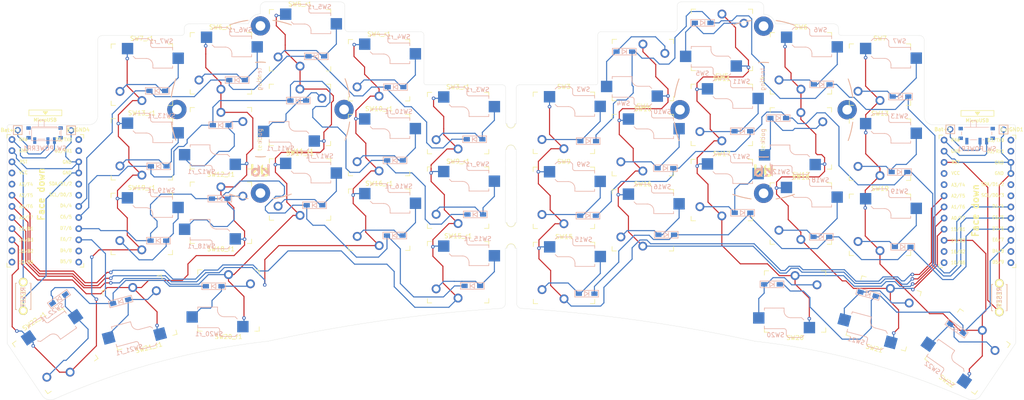
<source format=kicad_pcb>
(kicad_pcb (version 20211014) (generator pcbnew)
  (layers (0 "F.Cu" signal) (31 "B.Cu" signal) (34 "B.Paste" user) (35 "F.Paste" user) (36 "B.SilkS" user "B.Silkscreen") (37 "F.SilkS" user "F.Silkscreen") (38 "B.Mask" user) (39 "F.Mask" user) (44 "Edge.Cuts" user))
  (net 0 "")
  (net 1 "BT+")
  (net 2 "gnd")
  (net 3 "vcc")
  (net 4 "reset")
  (net 5 "raw")
  (net 6 "BT+_r")
  (net 7 "reset_r")
  (net 26 "gnd_r")
  (net 27 "vcc_r")
  (net 28 "row_0")
  (net 29 "Net-(D2-Pad2)")
  (net 30 "row_1")
  (net 31 "Net-(D7-Pad2)")
  (net 32 "Net-(D8-Pad2)")
  (net 33 "row_2")
  (net 34 "Net-(D13-Pad2)")
  (net 35 "Net-(D14-Pad2)")
  (net 36 "Net-(D15-Pad2)")
  (net 37 "row_3")
  (net 38 "Net-(D19-Pad2)")
  (net 39 "Net-(D20-Pad2)")
  (net 40 "col0")
  (net 41 "col1")
  (net 42 "col2")
  (net 43 "col3")
  (net 44 "col4")
  (net 45 "col5")
  (net 46 "Net-(D1-Pad2)")
  (net 47 "Net-(D3-Pad2)")
  (net 48 "Net-(D4-Pad2)")
  (net 49 "Net-(D5-Pad2)")
  (net 50 "Net-(D9-Pad2)")
  (net 51 "Net-(D10-Pad2)")
  (net 52 "Net-(D11-Pad2)")
  (net 53 "Net-(D16-Pad2)")
  (net 54 "Net-(D17-Pad2)")
  (net 55 "Net-(D18-Pad2)")
  (net 56 "raw_r")
  (net 57 "row_0r")
  (net 58 "Net-(Dr1-Pad2)")
  (net 59 "Net-(Dr2-Pad2)")
  (net 60 "Net-(Dr3-Pad2)")
  (net 61 "Net-(Dr4-Pad2)")
  (net 62 "Net-(Dr5-Pad2)")
  (net 63 "row_1r")
  (net 64 "Net-(Dr7-Pad2)")
  (net 65 "Net-(Dr8-Pad2)")
  (net 66 "Net-(Dr9-Pad2)")
  (net 67 "Net-(Dr10-Pad2)")
  (net 68 "Net-(Dr11-Pad2)")
  (net 69 "row_2r")
  (net 70 "Net-(Dr13-Pad2)")
  (net 71 "Net-(Dr14-Pad2)")
  (net 72 "Net-(Dr15-Pad2)")
  (net 73 "Net-(Dr16-Pad2)")
  (net 74 "Net-(Dr17-Pad2)")
  (net 75 "row_3r")
  (net 76 "Net-(Dr18-Pad2)")
  (net 77 "Net-(Dr19-Pad2)")
  (net 78 "Net-(Dr20-Pad2)")
  (net 79 "col0r")
  (net 80 "col1r")
  (net 81 "col2r")
  (net 82 "col3r")
  (net 83 "col4r")
  (net 84 "col5r")
  (footprint "kbd:ProMicro_v3" (layer "F.Cu") (at 238.769001 64.325433)
    (fp_text reference "U1" hide)
    (fp_text value "ProMicro-kbd" hide)
  )
  (footprint "keyswitches:Kailh_socket_PG1350_optional" (layer "F.Cu") (at 162.497201 68.120233)
    (fp_text reference "SW16")
    (fp_text value "SW_Push")
  )
  (footprint "keyswitches:Kailh_socket_PG1350_optional" (layer "F.Cu") (at 197.193601 86.636833 180)
    (fp_text reference "SW20")
    (fp_text value "SW_Push")
  )
  (footprint "keyswitches:Kailh_socket_PG1350_optional" (layer "F.Cu") (at 144.539401 80.134433)
    (fp_text reference "SW15")
    (fp_text value "SW_Push")
  )
  (footprint "keyswitches:Kailh_socket_PG1350_optional" (layer "F.Cu") (at 217.386601 89.354633 165)
    (fp_text reference "SW21")
    (fp_text value "SW_Push")
  )
  (footprint "keyswitches:Kailh_socket_PG1350_optional" (layer "F.Cu") (at 180.505801 61.236833)
    (fp_text reference "SW17")
    (fp_text value "SW_Push")
  )
  (footprint "keyswitches:Kailh_socket_PG1350_optional" (layer "F.Cu") (at 198.514401 66.596233)
    (fp_text reference "SW18")
    (fp_text value "SW_Push")
  )
  (footprint "keyswitches:Kailh_socket_PG1350_optional" (layer "F.Cu") (at 162.522601 33.881033 180)
    (fp_text reference "SW4")
    (fp_text value "SW_Push")
  )
  (footprint "keyswitches:Kailh_socket_PG1350_optional" (layer "F.Cu") (at 144.514001 45.920633)
    (fp_text reference "SW3")
    (fp_text value "SW_Push")
  )
  (footprint "keyswitches:Kailh_socket_PG1350_optional" (layer "F.Cu") (at 144.514001 63.014833)
    (fp_text reference "SW9")
    (fp_text value "SW_Push")
  )
  (footprint "keyswitches:Kailh_socket_PG1350_optional" (layer "F.Cu") (at 198.514401 49.476633 180)
    (fp_text reference "SW12")
    (fp_text value "SW_Push")
  )
  (footprint "keyswitches:Kailh_socket_PG1350_optional" (layer "F.Cu") (at 180.505801 44.117233)
    (fp_text reference "SW11")
    (fp_text value "SW_Push")
  )
  (footprint "keyswitches:Kailh_socket_PG1350_optional" (layer "F.Cu") (at 198.539801 32.357033)
    (fp_text reference "SW6")
    (fp_text value "SW_Push")
  )
  (footprint "keyswitches:Kailh_socket_PG1350_optional" (layer "F.Cu") (at 180.531201 27.023033 180)
    (fp_text reference "SW5")
    (fp_text value "SW_Push")
  )
  (footprint "Duckyb-Parts:mouse-bite-5mm-slot-with-space-for-track" (layer "F.Cu") (at 132.423601 49.047167)
    (fp_text reference "mouse-bite-2mm-slot" hide)
    (fp_text value "VAL**" hide)
  )
  (footprint "Duckyb-Parts:mouse-bite-5mm-slot-with-space-for-track" (layer "F.Cu") (at 132.461 71.551448)
    (fp_text reference "mouse-bite-2mm-slot" hide)
    (fp_text value "VAL**" hide)
  )
  (footprint "kbd:ResetSW" (layer "F.Cu") (at 243.751801 85.747833 90)
    (fp_text reference "RSW1" hide)
    (fp_text value "SW_Push")
  )
  (footprint "keyswitches:Kailh_socket_PG1350_optional" (layer "F.Cu") (at 162.497201 51.000633)
    (fp_text reference "SW10")
    (fp_text value "SW_Push")
  )
  (footprint "kbd:Tenting_Puck2" (layer "F.Cu") (at 190.022601 42.933433)
    (fp_text reference "REF**")
    (fp_text value "Tenting Puck")
  )
  (footprint "kbd:ProMicro_v3" (layer "F.Cu") (at 26.3306 64.2008)
    (fp_text reference "U2" hide)
    (fp_text value "ProMicro-kbd" hide)
  )
  (footprint "keyswitches:Kailh_socket_PG1350_optional" (layer "F.Cu") (at 84.3788 61.1124)
    (fp_text reference "SW17_r1")
    (fp_text value "SW_Push")
  )
  (footprint "keyswitches:Kailh_socket_PG1350_optional" (layer "F.Cu") (at 84.3534 44.1198 180)
    (fp_text reference "SW11_r1")
    (fp_text value "SW_Push")
  )
  (footprint "keyswitches:Kailh_socket_PG1350_optional" (layer "F.Cu") (at 120.396 79.9592)
    (fp_text reference "SW15_r1")
    (fp_text value "SW_Push")
  )
  (footprint "keyswitches:Kailh_socket_PG1350_optional" (layer "F.Cu") (at 66.3448 66.421 180)
    (fp_text reference "SW18_r1")
    (fp_text value "SW_Push")
  )
  (footprint "keyswitches:Kailh_socket_PG1350_optional" (layer "F.Cu") (at 66.3448 32.3596)
    (fp_text reference "SW6_r1")
    (fp_text value "SW_Push")
  )
  (footprint "keyswitches:Kailh_socket_PG1350_optional" (layer "F.Cu") (at 84.3788 27.1018)
    (fp_text reference "SW5_r1")
    (fp_text value "SW_Push")
  )
  (footprint "keyswitches:Kailh_socket_PG1350_optional" (layer "F.Cu") (at 102.4128 67.9958)
    (fp_text reference "SW16_r1")
    (fp_text value "SW_Push")
  )
  (footprint "keyswitches:Kailh_socket_PG1350_optional" (layer "F.Cu") (at 102.3874 33.9344)
    (fp_text reference "SW4_r1")
    (fp_text value "SW_Push")
  )
  (footprint "keyswitches:Kailh_socket_PG1350_optional" (layer "F.Cu") (at 48.3362 51.943)
    (fp_text reference "SW13_r1")
    (fp_text value "SW_Push")
  )
  (footprint "keyswitches:Kailh_socket_PG1350_optional" (layer "F.Cu") (at 66.3448 49.4284 180)
    (fp_text reference "SW12_r1")
    (fp_text value "SW_Push")
  )
  (footprint "keyswitches:Kailh_socket_PG1350_optional" (layer "F.Cu") (at 120.396 45.974)
    (fp_text reference "SW3_r1")
    (fp_text value "SW_Push")
  )
  (footprint "keyswitches:Kailh_socket_PG1350_optional" (layer "F.Cu") (at 47.7774 89.154 -165)
    (fp_text reference "SW21_r1")
    (fp_text value "SW_Push")
  )
  (footprint "keyswitches:Kailh_socket_PG1350_optional" (layer "F.Cu") (at 120.396 62.9666)
    (fp_text reference "SW9_r1")
    (fp_text value "SW_Push")
  )
  (footprint "keyswitches:Kailh_socket_PG1350_optional" (layer "F.Cu") (at 68.072 86.4108 180)
    (fp_text reference "SW20_r1")
    (fp_text value "SW_Push")
  )
  (footprint "keyswitches:Kailh_socket_PG1350_optional" (layer "F.Cu") (at 48.3362 34.9504)
    (fp_text reference "SW7_r1")
    (fp_text value "SW_Push")
  )
  (footprint "kbd:Tenting_Puck2" (layer "F.Cu") (at 75.3574 42.8784)
    (fp_text reference "REF**")
    (fp_text value "Tenting Puck")
  )
  (footprint "kbd:ResetSW" (layer "F.Cu") (at 21.2852 85.471 -90)
    (fp_text reference "RSW2" hide)
    (fp_text value "SW_Push")
  )
  (footprint "keyswitches:Kailh_socket_PG1350_optional" (layer "F.Cu") (at 216.548401 52.042033)
    (fp_text reference "SW13")
    (fp_text value "SW_Push")
  )
  (footprint "keyswitches:Kailh_socket_PG1350_optional" (layer "F.Cu") (at 236.487401 98.041433 145)
    (fp_text reference "SW22")
    (fp_text value "SW_Push")
  )
  (footprint "keyswitches:Kailh_socket_PG1350_optional" (layer "F.Cu") (at 216.548401 69.161633)
    (fp_text reference "SW19")
    (fp_text value "SW_Push")
  )
  (footprint "keyswitches:Kailh_socket_PG1350_optional" (layer "F.Cu") (at 48.3108 68.961)
    (fp_text reference "SW19_r1")
    (fp_text value "SW_Push")
  )
  (footprint "kbd:1pin_conn" (layer "F.Cu") (at 232.575801 47.393833)
    (fp_text reference "Bat+1")
    (fp_text value "MountingHole_Pad" hide)
  )
  (footprint "keyswitches:Kailh_socket_PG1350_optional" (layer "F.Cu") (at 102.3874 50.9778)
    (fp_text reference "SW10_r1")
    (fp_text value "SW_Push")
  )
  (footprint "keyswitches:Kailh_socket_PG1350_optional" (layer "F.Cu") (at 28.584536 97.91193 35)
    (fp_text reference "SW22_r1")
    (fp_text value "SW_Push")
  )
  (footprint "kbd:1pin_conn" (layer "F.Cu") (at 244.717001 47.444633)
    (fp_text reference "BatGND1")
    (fp_text value "MountingHole_Pad" hide)
  )
  (footprint "kbd:1pin_conn" (layer "F.Cu") (at 20.0406 47.5742)
    (fp_text reference "Bat+r1")
    (fp_text value "MountingHole_Pad" hide)
  )
  (footprint "keyswitches:Kailh_socket_PG1350_optional" (layer "F.Cu") (at 216.548401 34.922433)
    (fp_text reference "SW7")
    (fp_text value "SW_Push")
  )
  (footprint "kbd:1pin_conn" (layer "F.Cu") (at 32.2072 47.625)
    (fp_text reference "BatGND4")
    (fp_text value "MountingHole_Pad" hide)
  )
  (footprint "kbd:D3_SMD_v2" (layer "B.Cu") (at 150.000401 67.078833 180)
    (fp_text reference "D7" hide)
    (fp_text value "D" hide)
  )
  (footprint "kbd:D3_SMD_v2" (layer "B.Cu") (at 191.932801 82.725233 180)
    (fp_text reference "D18" hide)
    (fp_text value "D" hide)
  )
  (footprint "kbd:D3_SMD_v2" (layer "B.Cu") (at 66.0908 63.1952)
    (fp_text reference "Dr16" hide)
    (fp_text value "D" hide)
  )
  (footprint "kbd:D3_SMD_v2" (layer "B.Cu") (at 87.6808 64.6938)
    (fp_text reference "Dr15" hide)
    (fp_text value "D" hide)
  )
  (footprint "kbd:D3_SMD_v2" (layer "B.Cu") (at 88.0872 30.7594)
    (fp_text reference "Dr3" hide)
    (fp_text value "D" hide)
  )
  (footprint "kbd:D3_SMD_v2" (layer "B.Cu") (at 64.6908 83.1596)
    (fp_text reference "Dr18" hide)
    (fp_text value "D" hide)
  )
  (footprint "kbd:D3_SMD_v2" (layer "B.Cu") (at 83.9724 40.8432)
    (fp_text reference "Dr9" hide)
    (fp_text value "D" hide)
  )
  (footprint "kbd:D3_SMD_v2" (layer "B.Cu") (at 220.990401 57.122033 180)
    (fp_text reference "D11" hide)
    (fp_text value "D" hide)
  )
  (footprint "kbd:D3_SMD_v2" (layer "B.Cu") (at 221.727001 74.190833 180)
    (fp_text reference "D17" hide)
    (fp_text value "D" hide)
  )
  (footprint "kbd:D3_SMD_v2" (layer "B.Cu") (at 185.227201 66.418433 180)
    (fp_text reference "D15" hide)
    (fp_text value "D" hide)
  )
  (footprint "kbd:D3_SMD_v2" (layer "B.Cu") (at 158.280801 29.690033 180)
    (fp_text reference "D2" hide)
    (fp_text value "D" hide)
  )
  (footprint "kbd:D3_SMD_v2" (layer "B.Cu") (at 70.0278 36.1696)
    (fp_text reference "Dr4" hide)
    (fp_text value "D" hide)
  )
  (footprint "kbd:D3_SMD_v2" (layer "B.Cu") (at 149.695601 84.858833 180)
    (fp_text reference "D13" hide)
    (fp_text value "D" hide)
  )
  (footprint "kbd:D3_SMD_v2" (layer "B.Cu") (at 66.294 46.4566)
    (fp_text reference "Dr10" hide)
    (fp_text value "D" hide)
  )
  (footprint "Button_Switch_SMD:SW_SPDT_PCM12" (layer "B.Cu") (at 238.595601 48.656233)
    (fp_text reference "SW_POWER1")
    (fp_text value "SW_SPDT")
  )
  (footprint "kbd:D3_SMD_v2" (layer "B.Cu") (at 176.137001 23.136833 180)
    (fp_text reference "D3" hide)
    (fp_text value "D" hide)
  )
  (footprint "kbd:D3_SMD_v2" (layer "B.Cu") (at 52.1716 55.8292)
    (fp_text reference "Dr11" hide)
    (fp_text value "D" hide)
  )
  (footprint "kbd:D3_SMD_v2" (layer "B.Cu") (at 106.1466 37.7698)
    (fp_text reference "Dr2" hide)
    (fp_text value "D" hide)
  )
  (footprint "kbd:D3_SMD_v2" (layer "B.Cu") (at 234.004396 92.785731 145)
    (fp_text reference "D20" hide)
    (fp_text value "D" hide)
  )
  (footprint "kbd:D3_SMD_v2" (layer "B.Cu") (at 203.185001 71.904833 180)
    (fp_text reference "D16" hide)
    (fp_text value "D" hide)
  )
  (footprint "kbd:D3_SMD_v2" (layer "B.Cu") (at 29.432405 86.057298 35)
    (fp_text reference "Dr20" hide)
    (fp_text value "D" hide)
  )
  (footprint "kbd:D3_SMD_v2" (layer "B.Cu") (at 124.3076 66.802)
    (fp_text reference "Dr7" hide)
    (fp_text value "D" hide)
  )
  (footprint "kbd:D3_SMD_v2" (layer "B.Cu") (at 51.8414 38.6334)
    (fp_text reference "Dr5" hide)
    (fp_text value "D" hide)
  )
  (footprint "kbd:D3_SMD_v2" (layer "B.Cu") (at 213.843319 84.937237 165)
    (fp_text reference "D19" hide)
    (fp_text value "D" hide)
  )
  (footprint "kbd:D3_SMD_v2" (layer "B.Cu") (at 124.1552 49.657)
    (fp_text reference "Dr1" hide)
    (fp_text value "D" hide)
  )
  (footprint "Button_Switch_SMD:SW_SPDT_PCM12" (layer "B.Cu") (at 26.162 48.5318)
    (fp_text reference "SW_POWERR1")
    (fp_text value "SW_SPDT")
  )
  (footprint "kbd:D3_SMD_v2" (layer "B.Cu") (at 105.9688 71.6026)
    (fp_text reference "Dr14" hide)
    (fp_text value "D" hide)
  )
  (footprint "kbd:D3_SMD_v2" (layer "B.Cu") (at 193.355201 44.828433 180)
    (fp_text reference "D10" hide)
    (fp_text value "D" hide)
  )
  (footprint "kbd:D3_SMD_v2" (layer "B.Cu") (at 185.176401 47.825633 180)
    (fp_text reference "D9" hide)
    (fp_text value "D" hide)
  )
  (footprint "kbd:D3_SMD_v2" (layer "B.Cu") (at 123.6472 83.0834)
    (fp_text reference "Dr13" hide)
    (fp_text value "D" hide)
  )
  (footprint "kbd:D3_SMD_v2" (layer "B.Cu") (at 203.261201 37.157633 180)
    (fp_text reference "D4" hide)
    (fp_text value "D" hide)
  )
  (footprint "kbd:D3_SMD_v2" (layer "B.Cu") (at 167.831201 71.422233 180)
    (fp_text reference "D14" hide)
    (fp_text value "D" hide)
  )
  (footprint "kbd:D3_SMD_v2" (layer "B.Cu") (at 106.0196 54.483)
    (fp_text reference "Dr8" hide)
    (fp_text value "D" hide)
  )
  (footprint "kbd:D3_SMD_v2" (layer "B.Cu") (at 43.497518 86.637196 15)
    (fp_text reference "Dr19" hide)
    (fp_text value "D" hide)
  )
  (footprint "kbd:D3_SMD_v2" (layer "B.Cu") (at 221.219001 39.926233 180)
    (fp_text reference "D5" hide)
    (fp_text value "D" hide)
  )
  (footprint "kbd:D3_SMD_v2" (layer "B.Cu") (at 52.0954 72.771)
    (fp_text reference "Dr17" hide)
    (fp_text value "D" hide)
  )
  (footprint "kbd:D3_SMD_v2" (layer "B.Cu") (at 150.051201 50.086233 180)
    (fp_text reference "D1" hide)
    (fp_text value "D" hide)
  )
  (footprint "kbd:D3_SMD_v2" (layer "B.Cu") (at 167.650401 56.258433 180)
    (fp_text reference "D8" hide)
    (fp_text value "D" hide)
  )
  (gr_rect (start 23.1826 47.0558) (end 29.9136 49.9768) (layer "B.SilkS") (width 0.12) (fill none))
  (gr_line (start 226.630021 44.426555) (end 226.630065 27.101975) (layer "Edge.Cuts") (width 0.05))
  (gr_arc (start 239.357601 108.226833) (mid 238.090751 108.982705) (end 236.622006 108.844853) (layer "Edge.Cuts") (width 0.05))
  (gr_arc (start 228.634411 46.352433) (mid 227.241785 45.795835) (end 226.630021 44.426555) (layer "Edge.Cuts") (width 0.05))
  (gr_arc (start 134.9248 88.213848) (mid 161.607946 90.952468) (end 188.009135 95.69246) (layer "Edge.Cuts") (width 0.05))
  (gr_arc (start 225.557968 26.010114) (mid 226.320136 26.334004) (end 226.630065 27.101975) (layer "Edge.Cuts") (width 0.05))
  (gr_line (start 192.734972 23.377939) (end 206.032621 23.371741) (layer "Edge.Cuts") (width 0.05))
  (gr_arc (start 57.9882 25.3746) (mid 57.802213 25.823613) (end 57.3532 26.0096) (layer "Edge.Cuts") (width 0.05))
  (gr_arc (start 188.963821 18.367941) (mid 189.722099 18.690013) (end 190.030801 19.453833) (layer "Edge.Cuts") (width 0.05))
  (gr_arc (start 93.6498 18.3642) (mid 94.314606 18.642121) (end 94.5896 19.308139) (layer "Edge.Cuts") (width 0.05))
  (gr_line (start 131.559628 46.075367) (end 131.229801 46.075367) (layer "Edge.Cuts") (width 0.05))
  (gr_line (start 133.693601 51.968167) (end 133.731 68.655848) (layer "Edge.Cuts") (width 0.05))
  (gr_line (start 133.414201 51.968167) (end 133.693601 51.968167) (layer "Edge.Cuts") (width 0.05))
  (gr_line (start 57.9882 24.4348) (end 57.9882 25.3746) (layer "Edge.Cuts") (width 0.05))
  (gr_arc (start 111.8616 25.1587) (mid 112.400415 25.381885) (end 112.6236 25.9207) (layer "Edge.Cuts") (width 0.05))
  (gr_line (start 18.0848 46.355) (end 36.230332 46.348917) (layer "Edge.Cuts") (width 0.05))
  (gr_line (start 131.191 68.655848) (end 131.204401 51.968167) (layer "Edge.Cuts") (width 0.05))
  (gr_arc (start 38.2524 27.1018) (mid 38.562305 26.333819) (end 39.324497 26.009939) (layer "Edge.Cuts") (width 0.05))
  (gr_arc (start 38.252444 44.42638) (mid 37.655351 45.823057) (end 36.230332 46.348917) (layer "Edge.Cuts") (width 0.05))
  (gr_arc (start 206.032621 23.371741) (mid 206.78198 23.684801) (end 207.099601 24.432233) (layer "Edge.Cuts") (width 0.05))
  (gr_line (start 38.2524 27.1018) (end 38.252444 44.42638) (layer "Edge.Cuts") (width 0.05))
  (gr_line (start 228.634411 46.352433) (end 247.003001 46.352433) (layer "Edge.Cuts") (width 0.05))
  (gr_line (start 131.191 87.020048) (end 131.191 74.472448) (layer "Edge.Cuts") (width 0.05))
  (gr_arc (start 170.314986 19.305572) (mid 170.589985 18.639555) (end 171.254786 18.361633) (layer "Edge.Cuts") (width 0.05))
  (gr_arc (start 133.668201 37.947367) (mid 133.869067 37.462433) (end 134.354001 37.261567) (layer "Edge.Cuts") (width 0.05))
  (gr_line (start 131.5466 68.655848) (end 131.191 68.655848) (layer "Edge.Cuts") (width 0.05))
  (gr_line (start 131.433001 51.968167) (end 131.204401 51.968167) (layer "Edge.Cuts") (width 0.05))
  (gr_arc (start 188.009135 95.69246) (mid 212.823488 100.391331) (end 236.622006 108.844853) (layer "Edge.Cuts") (width 0.05))
  (gr_line (start 75.331283 19.558) (end 75.3364 21.082) (layer "Edge.Cuts") (width 0.05))
  (gr_line (start 133.668201 37.947367) (end 133.668201 46.151567) (layer "Edge.Cuts") (width 0.05))
  (gr_line (start 247.409401 96.263433) (end 239.357601 108.226833) (layer "Edge.Cuts") (width 0.05))
  (gr_line (start 170.314986 19.305572) (end 170.314986 24.381433) (layer "Edge.Cuts") (width 0.05))
  (gr_arc (start 131.433001 51.968167) (mid 132.423601 50.977567) (end 133.414201 51.968167) (layer "Edge.Cuts") (width 0.05))
  (gr_line (start 94.5896 24.384) (end 94.5896 19.308139) (layer "Edge.Cuts") (width 0.05))
  (gr_arc (start 247.003001 46.352433) (mid 247.304197 46.473629) (end 247.429469 46.773165) (layer "Edge.Cuts") (width 0.05))
  (gr_line (start 151.785312 37.259233) (end 134.354001 37.261567) (layer "Edge.Cuts") (width 0.05))
  (gr_line (start 247.429469 46.773165) (end 247.460201 96.009433) (layer "Edge.Cuts") (width 0.05))
  (gr_arc (start 57.9882 24.4348) (mid 58.305825 23.687368) (end 59.05518 23.374308) (layer "Edge.Cuts") (width 0.05))
  (gr_line (start 131.5466 74.472448) (end 131.191 74.472448) (layer "Edge.Cuts") (width 0.05))
  (gr_line (start 225.557968 26.010114) (end 207.734601 26.007033) (layer "Edge.Cuts") (width 0.05))
  (gr_line (start 207.099601 25.372033) (end 207.099601 24.432233) (layer "Edge.Cuts") (width 0.05))
  (gr_arc (start 28.465795 108.84742) (mid 52.264315 100.393904) (end 77.078666 95.695027) (layer "Edge.Cuts") (width 0.05))
  (gr_line (start 57.3532 26.0096) (end 39.324497 26.009939) (layer "Edge.Cuts") (width 0.05))
  (gr_arc (start 17.658332 46.775732) (mid 17.783594 46.476195) (end 18.0848 46.355) (layer "Edge.Cuts") (width 0.05))
  (gr_arc (start 170.314986 24.381433) (mid 170.0918 24.920243) (end 169.552986 25.143433) (layer "Edge.Cuts") (width 0.05))
  (gr_arc (start 133.375399 68.655848) (mid 133.098784 69.286194) (end 132.461 69.5452) (layer "Edge.Cuts") (width 0.05))
  (gr_line (start 59.05518 23.374308) (end 72.6186 23.368) (layer "Edge.Cuts") (width 0.05))
  (gr_arc (start 134.9248 88.213848) (mid 134.080656 87.864192) (end 133.731 87.020048) (layer "Edge.Cuts") (width 0.05))
  (gr_arc (start 95.3516 25.146) (mid 94.812785 24.922815) (end 94.5896 24.384) (layer "Edge.Cuts") (width 0.05))
  (gr_line (start 133.668201 46.151567) (end 133.287201 46.151567) (layer "Edge.Cuts") (width 0.05))
  (gr_arc (start 131.191 87.020048) (mid 130.846168 87.869016) (end 129.9972 88.213848) (layer "Edge.Cuts") (width 0.05))
  (gr_line (start 133.731 74.472448) (end 133.3754 74.472448) (layer "Edge.Cuts") (width 0.05))
  (gr_line (start 169.552986 25.143433) (end 152.997601 25.143433) (layer "Edge.Cuts") (width 0.05))
  (gr_arc (start 152.235601 36.738533) (mid 152.112081 37.086761) (end 151.785312 37.259233) (layer "Edge.Cuts") (width 0.05))
  (gr_line (start 111.8616 25.1587) (end 95.3516 25.146) (layer "Edge.Cuts") (width 0.05))
  (gr_arc (start 130.528266 37.264134) (mid 131.0132 37.465) (end 131.214066 37.949934) (layer "Edge.Cuts") (width 0.05))
  (gr_line (start 133.731 74.472448) (end 133.731 87.020048) (layer "Edge.Cuts") (width 0.05))
  (gr_arc (start 113.1316 37.2618) (mid 112.791933 37.137456) (end 112.6236 36.8173) (layer "Edge.Cuts") (width 0.05))
  (gr_line (start 131.229801 46.075367) (end 131.214066 37.949934) (layer "Edge.Cuts") (width 0.05))
  (gr_arc (start 28.465795 108.84742) (mid 26.989337 109.019382) (end 25.7302 108.2294) (layer "Edge.Cuts") (width 0.05))
  (gr_arc (start 132.461 69.5452) (mid 131.823216 69.286194) (end 131.546601 68.655848) (layer "Edge.Cuts") (width 0.05))
  (gr_arc (start 207.734601 26.007033) (mid 207.285588 25.821046) (end 207.099601 25.372033) (layer "Edge.Cuts") (width 0.05))
  (gr_line (start 133.731 68.655848) (end 133.3754 68.655848) (layer "Edge.Cuts") (width 0.05))
  (gr_line (start 130.528266 37.264134) (end 113.1316 37.2618) (layer "Edge.Cuts") (width 0.05))
  (gr_arc (start 72.6186 23.368) (mid 73.56438 21.733846) (end 75.3364 21.082) (layer "Edge.Cuts") (width 0.05))
  (gr_line (start 152.235601 25.930833) (end 152.235601 36.738533) (layer "Edge.Cuts") (width 0.05))
  (gr_arc (start 152.235601 25.930833) (mid 152.457294 25.382972) (end 152.997601 25.143433) (layer "Edge.Cuts") (width 0.05))
  (gr_arc (start 17.6784 96.266) (mid 17.640424 96.141515) (end 17.6276 96.012) (layer "Edge.Cuts") (width 0.05))
  (gr_arc (start 133.287201 46.151567) (mid 132.3848 46.99) (end 131.559628 46.075367) (layer "Edge.Cuts") (width 0.05))
  (gr_arc (start 131.5466 74.472448) (mid 132.461 73.558048) (end 133.3754 74.472448) (layer "Edge.Cuts") (width 0.05))
  (gr_arc (start 75.331283 19.558) (mid 75.719882 18.650026) (end 76.6572 18.3388) (layer "Edge.Cuts") (width 0.05))
  (gr_arc (start 190.030801 21.181033) (mid 191.767237 21.806389) (end 192.734972 23.377939) (layer "Edge.Cuts") (width 0.05))
  (gr_line (start 17.6276 96.012) (end 17.658332 46.775732) (layer "Edge.Cuts") (width 0.05))
  (gr_line (start 25.7302 108.2294) (end 17.6784 96.266) (layer "Edge.Cuts") (width 0.05))
  (gr_arc (start 247.460201 96.009433) (mid 247.447376 96.138948) (end 247.409401 96.263433) (layer "Edge.Cuts") (width 0.05))
  (gr_line (start 188.963821 18.367941) (end 171.254786 18.361633) (layer "Edge.Cuts") (width 0.05))
  (gr_line (start 93.6498 18.3642) (end 76.6572 18.3388) (layer "Edge.Cuts") (width 0.05))
  (gr_line (start 112.6236 36.8173) (end 112.6236 25.9207) (layer "Edge.Cuts") (width 0.05))
  (gr_line (start 190.030801 21.181033) (end 190.030801 19.453833) (layer "Edge.Cuts") (width 0.05))
  (gr_arc (start 77.078666 95.695027) (mid 103.397807 90.963249) (end 129.9972 88.213848) (layer "Edge.Cuts") (width 0.05))
  (gr_text "Face down" (at 238.290801 65.910433 90) (layer "F.SilkS") (effects (font (size 1.5 1.5) (thickness 0.3))))
  (gr_text "Face down" (at 25.3746 62.1792 90) (layer "F.SilkS") (effects (font (size 1.5 1.5) (thickness 0.3))))
  (segment (start 239.078201 52.194433) (end 239.345601 51.927033) (width 0.25) (layer "B.Cu") (net 1))
  (segment (start 239.345601 51.927033) (end 239.345601 50.086233) (width 0.25) (layer "B.Cu") (net 1))
  (segment (start 232.575801 49.197233) (end 235.573001 52.194433) (width 0.25) (layer "B.Cu") (net 1))
  (segment (start 232.575801 47.393833) (end 232.575801 49.197233) (width 0.25) (layer "B.Cu") (net 1))
  (segment (start 235.573001 52.194433) (end 239.078201 52.194433) (width 0.25) (layer "B.Cu") (net 1))
  (segment (start 243.751801 82.497833) (end 243.751801 60.096033) (width 0.25) (layer "F.Cu") (net 2))
  (segment (start 243.751801 60.096033) (end 246.380401 57.467433) (width 0.25) (layer "F.Cu") (net 2))
  (segment (start 244.717001 47.444633) (end 244.717001 48.790833) (width 0.25) (layer "B.Cu") (net 2))
  (segment (start 244.209001 49.298833) (end 244.209001 52.756033) (width 0.25) (layer "B.Cu") (net 2))
  (segment (start 244.717001 48.790833) (end 244.209001 49.298833) (width 0.25) (layer "B.Cu") (net 2))
  (segment (start 234.318201 54.927433) (end 246.380401 54.927433) (width 0.25) (layer "B.Cu") (net 2))
  (segment (start 231.160401 52.387433) (end 232.923201 54.150233) (width 0.25) (layer "B.Cu") (net 2))
  (segment (start 232.923201 54.150233) (end 233.541001 54.150233) (width 0.25) (layer "B.Cu") (net 2))
  (segment (start 246.380401 54.927433) (end 246.380401 57.467433) (width 0.25) (layer "B.Cu") (net 2))
  (segment (start 244.209001 52.756033) (end 246.380401 54.927433) (width 0.25) (layer "B.Cu") (net 2))
  (segment (start 233.541001 54.150233) (end 234.318201 54.927433) (width 0.25) (layer "B.Cu") (net 2))
  (segment (start 241.110201 60.627233) (end 241.110201 86.356233) (width 0.25) (layer "F.Cu") (net 4))
  (segment (start 241.110201 86.356233) (end 243.751801 88.997833) (width 0.25) (layer "F.Cu") (net 4))
  (segment (start 231.160401 54.927433) (end 235.410401 54.927433) (width 0.25) (layer "F.Cu") (net 4))
  (segment (start 235.410401 54.927433) (end 241.110201 60.627233) (width 0.25) (layer "F.Cu") (net 4))
  (segment (start 240.856201 52.931033) (end 240.845601 52.920433) (width 0.25) (layer "B.Cu") (net 5))
  (segment (start 231.160401 49.847433) (end 234.650401 53.337433) (width 0.25) (layer "B.Cu") (net 5))
  (segment (start 240.845601 52.920433) (end 240.845601 50.086233) (width 0.25) (layer "B.Cu") (net 5))
  (segment (start 240.449801 53.337433) (end 240.856201 52.931033) (width 0.25) (layer "B.Cu") (net 5))
  (segment (start 234.650401 53.337433) (end 240.449801 53.337433) (width 0.25) (layer "B.Cu") (net 5))
  (segment (start 20.0406 48.9458) (end 22.1996 51.1048) (width 0.25) (layer "B.Cu") (net 6))
  (segment (start 22.1996 52.6796) (end 22.5298 53.0098) (width 0.25) (layer "B.Cu") (net 6))
  (segment (start 25.2476 53.0098) (end 26.912 51.3454) (width 0.25) (layer "B.Cu") (net 6))
  (segment (start 22.5298 53.0098) (end 25.2476 53.0098) (width 0.25) (layer "B.Cu") (net 6))
  (segment (start 22.1996 51.1048) (end 22.1996 52.6796) (width 0.25) (layer "B.Cu") (net 6))
  (segment (start 26.912 51.3454) (end 26.912 49.9618) (width 0.25) (layer "B.Cu") (net 6))
  (segment (start 20.0406 47.5742) (end 20.0406 48.9458) (width 0.25) (layer "B.Cu") (net 6))
  (segment (start 21.2852 57.366) (end 18.722 54.8028) (width 0.25) (layer "B.Cu") (net 7))
  (segment (start 21.2852 82.221) (end 21.2852 57.366) (width 0.25) (layer "B.Cu") (net 7))
  (segment (start 32.2072 47.625) (end 32.2072 50.419) (width 0.25) (layer "B.Cu") (net 26))
  (segment (start 21.2852 86.0044) (end 26.4922 80.7974) (width 0.25) (layer "B.Cu") (net 26))
  (segment (start 26.4922 80.7974) (end 26.4922 63.246) (width 0.25) (layer "B.Cu") (net 26))
  (segment (start 32.2072 54.8386) (end 32.243 54.8028) (width 0.25) (layer "B.Cu") (net 26))
  (segment (start 30.988 51.6382) (end 30.988 53.6194) (width 0.25) (layer "B.Cu") (net 26))
  (segment (start 26.4922 63.246) (end 32.3954 57.3428) (width 0.25) (layer "B.Cu") (net 26))
  (segment (start 33.942 54.8028) (end 33.942 57.3428) (width 0.25) (layer "B.Cu") (net 26))
  (segment (start 19.7358 53.2766) (end 19.7358 54.0004) (width 0.25) (layer "B.Cu") (net 26))
  (segment (start 32.3822 56.3626) (end 33.942 54.8028) (width 0.25) (layer "B.Cu") (net 26))
  (segment (start 32.2072 50.419) (end 30.988 51.6382) (width 0.25) (layer "B.Cu") (net 26))
  (segment (start 30.988 53.6194) (end 32.2072 54.8386) (width 0.25) (layer "B.Cu") (net 26))
  (segment (start 22.098 56.3626) (end 32.3822 56.3626) (width 0.25) (layer "B.Cu") (net 26))
  (segment (start 21.2852 88.721) (end 21.2852 86.0044) (width 0.25) (layer "B.Cu") (net 26))
  (segment (start 18.722 52.2628) (end 19.7358 53.2766) (width 0.25) (layer "B.Cu") (net 26))
  (segment (start 32.3954 57.3428) (end 33.942 57.3428) (width 0.25) (layer "B.Cu") (net 26))
  (segment (start 19.7358 54.0004) (end 22.098 56.3626) (width 0.25) (layer "B.Cu") (net 26))
  (segment (start 32.243 54.8028) (end 33.942 54.8028) (width 0.25) (layer "B.Cu") (net 26))
  (segment (start 232.398001 80.109033) (end 234.049001 78.458033) (width 0.25) (layer "B.Cu") (net 28))
  (segment (start 169.812401 26.489633) (end 172.403201 23.898833) (width 0.25) (layer "B.Cu") (net 28))
  (segment (start 222.994001 42.739633) (end 229.070601 48.816233) (width 0.25) (layer "B.Cu") (net 28))
  (segment (start 166.281801 32.534833) (end 168.440801 32.534833) (width 0.25) (layer "B.Cu") (net 28))
  (segment (start 209.588801 40.104033) (end 210.630201 40.104033) (width 0.25) (layer "B.Cu") (net 28))
  (segment (start 176.010001 20.546033) (end 177.912001 22.448033) (width 0.25) (layer "B.Cu") (net 28))
  (segment (start 237.361201 65.087433) (end 246.380401 65.087433) (width 0.25) (layer "B.Cu") (net 28))
  (segment (start 151.826201 48.692233) (end 155.791601 44.726833) (width 0.25) (layer "B.Cu") (net 28))
  (segment (start 187.313001 30.248833) (end 190.132401 33.068233) (width 0.25) (layer "B.Cu") (net 28))
  (segment (start 186.627201 21.536633) (end 187.313001 22.222433) (width 0.25) (layer "B.Cu") (net 28))
  (segment (start 234.049001 68.399633) (end 237.361201 65.087433) (width 0.25) (layer "B.Cu") (net 28))
  (segment (start 205.036201 37.157633) (end 206.642401 37.157633) (width 0.25) (layer "B.Cu") (net 28))
  (segment (start 234.049001 78.458033) (end 234.049001 68.399633) (width 0.25) (layer "B.Cu") (net 28))
  (segment (start 172.403201 21.587433) (end 173.444601 20.546033) (width 0.25) (layer "B.Cu") (net 28))
  (segment (start 155.791601 44.726833) (end 155.791601 41.577233) (width 0.25) (layer "B.Cu") (net 28))
  (segment (start 160.055801 37.383233) (end 160.055801 29.690033) (width 0.25) (layer "B.Cu") (net 28))
  (segment (start 201.835801 40.358033) (end 205.036201 37.157633) (width 0.25) (layer "B.Cu") (net 28))
  (segment (start 183.934801 21.536633) (end 186.627201 21.536633) (width 0.25) (layer "B.Cu") (net 28))
  (segment (start 162.319401 31.188633) (end 164.935601 31.188633) (width 0.25) (layer "B.Cu") (net 28))
  (segment (start 179.896201 23.136833) (end 180.378801 22.654233) (width 0.25) (layer "B.Cu") (net 28))
  (segment (start 231.178801 80.109033) (end 232.398001 80.109033) (width 0.25) (layer "B.Cu") (net 28))
  (segment (start 213.398801 42.872633) (end 220.047601 42.872633) (width 0.25) (layer "B.Cu") (net 28))
  (segment (start 164.935601 31.188633) (end 166.281801 32.534833) (width 0.25) (layer "B.Cu") (net 28))
  (segment (start 177.912001 22.448033) (end 177.912001 23.136833) (width 0.25) (layer "B.Cu") (net 28))
  (segment (start 156.655201 40.713633) (end 158.712601 40.713633) (width 0.25) (layer "B.Cu") (net 28))
  (segment (start 160.312801 39.113433) (end 160.312801 37.640233) (width 0.25) (layer "B.Cu") (net 28))
  (segment (start 158.712601 40.713633) (end 160.312801 39.113433) (width 0.25) (layer "B.Cu") (net 28))
  (segment (start 182.817201 22.654233) (end 183.934801 21.536633) (width 0.25) (layer "B.Cu") (net 28))
  (segment (start 210.630201 40.104033) (end 213.398801 42.872633) (width 0.25) (layer "B.Cu") (net 28))
  (segment (start 173.444601 20.546033) (end 176.010001 20.546033) (width 0.25) (layer "B.Cu") (net 28))
  (segment (start 155.791601 41.577233) (end 156.655201 40.713633) (width 0.25) (layer "B.Cu") (net 28))
  (segment (start 177.912001 23.136833) (end 179.896201 23.136833) (width 0.25) (layer "B.Cu") (net 28))
  (segment (start 220.047601 42.872633) (end 222.994001 39.926233) (width 0.25) (layer "B.Cu") (net 28))
  (segment (start 160.312801 37.640233) (end 160.055801 37.383233) (width 0.25) (layer "B.Cu") (net 28))
  (segment (start 160.820801 29.690033) (end 162.319401 31.188633) (width 0.25) (layer "B.Cu") (net 28))
  (segment (start 229.070601 78.000833) (end 231.178801 80.109033) (width 0.25) (layer "B.Cu") (net 28))
  (segment (start 222.994001 39.926233) (end 222.994001 42.739633) (width 0.25) (layer "B.Cu") (net 28))
  (segment (start 169.812401 31.163233) (end 169.812401 26.489633) (width 0.25) (layer "B.Cu") (net 28))
  (segment (start 168.440801 32.534833) (end 169.812401 31.163233) (width 0.25) (layer "B.Cu") (net 28))
  (segment (start 190.132401 36.700433) (end 193.790001 40.358033) (width 0.25) (layer "B.Cu") (net 28))
  (segment (start 187.313001 22.222433) (end 187.313001 30.248833) (width 0.25) (layer "B.Cu") (net 28))
  (segment (start 229.070601 48.816233) (end 229.070601 78.000833) (width 0.25) (layer "B.Cu") (net 28))
  (segment (start 151.826201 50.086233) (end 151.826201 48.692233) (width 0.25) (layer "B.Cu") (net 28))
  (segment (start 160.055801 29.690033) (end 160.820801 29.690033) (width 0.25) (layer "B.Cu") (net 28))
  (segment (start 180.378801 22.654233) (end 182.817201 22.654233) (width 0.25) (layer "B.Cu") (net 28))
  (segment (start 190.132401 33.068233) (end 190.132401 36.700433) (width 0.25) (layer "B.Cu") (net 28))
  (segment (start 172.403201 23.898833) (end 172.403201 21.587433) (width 0.25) (layer "B.Cu") (net 28))
  (segment (start 206.642401 37.157633) (end 209.588801 40.104033) (width 0.25) (layer "B.Cu") (net 28))
  (segment (start 193.790001 40.358033) (end 201.835801 40.358033) (width 0.25) (layer "B.Cu") (net 28))
  (segment (start 167.522601 28.441633) (end 165.392801 26.311833) (width 0.25) (layer "B.Cu") (net 29))
  (segment (start 165.392801 26.311833) (end 159.884001 26.311833) (width 0.25) (layer "B.Cu") (net 29))
  (segment (start 167.522601 30.081033) (end 167.522601 28.441633) (width 0.25) (layer "B.Cu") (net 29))
  (segment (start 154.247601 31.948233) (end 156.505801 29.690033) (width 0.25) (layer "B.Cu") (net 29))
  (segment (start 154.247601 37.631033) (end 154.247601 31.948233) (width 0.25) (layer "B.Cu") (net 29))
  (segment (start 159.884001 26.311833) (end 156.505801 29.690033) (width 0.25) (layer "B.Cu") (net 29))
  (segment (start 186.951401 49.025433) (end 186.951401 47.825633) (width 0.25) (layer "B.Cu") (net 30))
  (segment (start 231.026401 80.820233) (end 232.652001 80.820233) (width 0.25) (layer "B.Cu") (net 30))
  (segment (start 188.049601 47.825633) (end 189.624401 46.250833) (width 0.25) (layer "B.Cu") (net 30))
  (segment (start 190.767401 43.456833) (end 194.120201 43.456833) (width 0.25) (layer "B.Cu") (net 30))
  (segment (start 202.197401 43.634633) (end 204.051601 43.634633) (width 0.25) (layer "B.Cu") (net 30))
  (segment (start 219.844401 60.043033) (end 222.765401 57.122033) (width 0.25) (layer "B.Cu") (net 30))
  (segment (start 196.584001 44.828433) (end 197.828601 46.073033) (width 0.25) (layer "B.Cu") (net 30))
  (segment (start 222.765401 57.122033) (end 223.635001 57.122033) (width 0.25) (layer "B.Cu") (net 30))
  (segment (start 169.425401 57.788433) (end 169.425401 56.258433) (width 0.25) (layer "B.Cu") (net 30))
  (segment (start 199.759001 46.073033) (end 202.197401 43.634633) (width 0.25) (layer "B.Cu") (net 30))
  (segment (start 207.201201 46.784233) (end 207.201201 55.699633) (width 0.25) (layer "B.Cu") (net 30))
  (segment (start 189.624401 44.599833) (end 190.767401 43.456833) (width 0.25) (layer "B.Cu") (net 30))
  (segment (start 223.635001 57.122033) (end 228.562601 62.049633) (width 0.25) (layer "B.Cu") (net 30))
  (segment (start 211.544601 60.043033) (end 219.844401 60.043033) (width 0.25) (layer "B.Cu") (net 30))
  (segment (start 155.334401 61.516233) (end 157.569601 59.281033) (width 0.25) (layer "B.Cu") (net 30))
  (segment (start 155.334401 63.802233) (end 155.334401 61.516233) (width 0.25) (layer "B.Cu") (net 30))
  (segment (start 195.130201 44.466833) (end 195.130201 44.828433) (width 0.25) (layer "B.Cu") (net 30))
  (segment (start 204.051601 43.634633) (end 207.201201 46.784233) (width 0.25) (layer "B.Cu") (net 30))
  (segment (start 197.828601 46.073033) (end 199.759001 46.073033) (width 0.25) (layer "B.Cu") (net 30))
  (segment (start 174.562201 52.448433) (end 183.528401 52.448433) (width 0.25) (layer "B.Cu") (net 30))
  (segment (start 157.569601 59.281033) (end 167.932801 59.281033) (width 0.25) (layer "B.Cu") (net 30))
  (segment (start 169.425401 56.258433) (end 170.752201 56.258433) (width 0.25) (layer "B.Cu") (net 30))
  (segment (start 232.652001 80.820233) (end 234.963401 78.508833) (width 0.25) (layer "B.Cu") (net 30))
  (segment (start 186.951401 47.825633) (end 188.049601 47.825633) (width 0.25) (layer "B.Cu") (net 30))
  (segment (start 195.130201 44.828433) (end 196.584001 44.828433) (width 0.25) (layer "B.Cu") (net 30))
  (segment (start 234.963401 68.856833) (end 236.192801 67.627433) (width 0.25) (layer "B.Cu") (net 30))
  (segment (start 234.963401 78.508833) (end 234.963401 68.856833) (width 0.25) (layer "B.Cu") (net 30))
  (segment (start 167.932801 59.281033) (end 169.425401 57.788433) (width 0.25) (layer "B.Cu") (net 30))
  (segment (start 151.775401 67.078833) (end 152.057801 67.078833) (width 0.25) (layer "B.Cu") (net 30))
  (segment (start 207.201201 55.699633) (end 211.544601 60.043033) (width 0.25) (layer "B.Cu") (net 30))
  (segment (start 183.528401 52.448433) (end 186.951401 49.025433) (width 0.25) (layer "B.Cu") (net 30))
  (segment (start 228.562601 78.356433) (end 231.026401 80.820233) (width 0.25) (layer "B.Cu") (net 30))
  (segment (start 170.752201 56.258433) (end 174.562201 52.448433) (width 0.25) (layer "B.Cu") (net 30))
  (segment (start 189.624401 46.250833) (end 189.624401 44.599833) (width 0.25) (layer "B.Cu") (net 30))
  (segment (start 236.192801 67.627433) (end 246.380401 67.627433) (width 0.25) (layer "B.Cu") (net 30))
  (segment (start 194.120201 43.456833) (end 195.130201 44.466833) (width 0.25) (layer "B.Cu") (net 30))
  (segment (start 228.562601 62.049633) (end 228.562601 78.356433) (width 0.25) (layer "B.Cu") (net 30))
  (segment (start 152.057801 67.078833) (end 155.334401 63.802233) (width 0.25) (layer "B.Cu") (net 30))
  (segment (start 152.789001 63.045633) (end 148.755801 67.078833) (width 0.25) (layer "B.Cu") (net 31))
  (segment (start 147.961401 66.814833) (end 148.225401 67.078833) (width 0.25) (layer "B.Cu") (net 31))
  (segment (start 148.755801 67.078833) (end 148.225401 67.078833) (width 0.25) (layer "B.Cu") (net 31))
  (segment (start 152.789001 59.264833) (end 152.789001 63.045633) (width 0.25) (layer "B.Cu") (net 31))
  (segment (start 139.514001 66.814833) (end 147.961401 66.814833) (width 0.25) (layer "B.Cu") (net 31))
  (segment (start 170.772201 47.250633) (end 170.772201 51.463233) (width 0.25) (layer "B.Cu") (net 32))
  (segment (start 157.497201 54.800633) (end 164.417601 54.800633) (width 0.25) (layer "B.Cu") (net 32))
  (segment (start 164.417601 54.800633) (end 165.875401 56.258433) (width 0.25) (layer "B.Cu") (net 32))
  (segment (start 165.977001 56.258433) (end 165.875401 56.258433) (width 0.25) (layer "B.Cu") (net 32))
  (segment (start 170.772201 51.463233) (end 165.977001 56.258433) (width 0.25) (layer "B.Cu") (net 32))
  (segment (start 230.823201 81.633033) (end 233.210801 81.633033) (width 0.25) (layer "B.Cu") (net 33))
  (segment (start 157.010801 77.670633) (end 157.010801 75.130633) (width 0.25) (layer "B.Cu") (net 33))
  (segment (start 237.767601 70.167433) (end 246.380401 70.167433) (width 0.25) (layer "B.Cu") (net 33))
  (segment (start 207.175801 71.904833) (end 212.357401 77.086433) (width 0.25) (layer "B.Cu") (net 33))
  (segment (start 187.002201 66.418433) (end 187.002201 67.377633) (width 0.25) (layer "B.Cu") (net 33))
  (segment (start 236.157201 78.686633) (end 236.157201 71.777833) (width 0.25) (layer "B.Cu") (net 33))
  (segment (start 151.470601 84.858833) (end 151.470601 83.210833) (width 0.25) (layer "B.Cu") (net 33))
  (segment (start 220.606401 77.086433) (end 223.502001 74.190833) (width 0.25) (layer "B.Cu") (net 33))
  (segment (start 202.293001 74.571833) (end 204.960001 71.904833) (width 0.25) (layer "B.Cu") (net 33))
  (segment (start 169.606201 71.422233) (end 181.998401 71.422233) (width 0.25) (layer "B.Cu") (net 33))
  (segment (start 233.210801 81.633033) (end 236.157201 78.686633) (width 0.25) (layer "B.Cu") (net 33))
  (segment (start 223.502001 74.311833) (end 230.823201 81.633033) (width 0.25) (layer "B.Cu") (net 33))
  (segment (start 157.010801 75.130633) (end 160.592201 71.549233) (width 0.25) (layer "B.Cu") (net 33))
  (segment (start 204.960001 71.904833) (end 207.175801 71.904833) (width 0.25) (layer "B.Cu") (net 33))
  (segment (start 160.592201 71.549233) (end 163.970401 71.549233) (width 0.25) (layer "B.Cu") (net 33))
  (segment (start 236.157201 71.777833) (end 237.767601 70.167433) (width 0.25) (layer "B.Cu") (net 33))
  (segment (start 223.502001 74.190833) (end 223.502001 74.311833) (width 0.25) (layer "B.Cu") (net 33))
  (segment (start 212.357401 77.086433) (end 220.606401 77.086433) (width 0.25) (layer "B.Cu") (net 33))
  (segment (start 163.970401 71.549233) (end 164.935601 72.514433) (width 0.25) (layer "B.Cu") (net 33))
  (segment (start 168.514001 72.514433) (end 169.606201 71.422233) (width 0.25) (layer "B.Cu") (net 33))
  (segment (start 194.196401 74.571833) (end 202.293001 74.571833) (width 0.25) (layer "B.Cu") (net 33))
  (segment (start 181.998401 71.422233) (end 187.002201 66.418433) (width 0.25) (layer "B.Cu") (net 33))
  (segment (start 187.002201 67.377633) (end 194.196401 74.571833) (width 0.25) (layer "B.Cu") (net 33))
  (segment (start 164.935601 72.514433) (end 168.514001 72.514433) (width 0.25) (layer "B.Cu") (net 33))
  (segment (start 151.470601 83.210833) (end 157.010801 77.670633) (width 0.25) (layer "B.Cu") (net 33))
  (segment (start 152.814401 80.241433) (end 148.197001 84.858833) (width 0.25) (layer "B.Cu") (net 34))
  (segment (start 148.197001 84.858833) (end 147.920601 84.858833) (width 0.25) (layer "B.Cu") (net 34))
  (segment (start 145.482201 82.420433) (end 147.920601 84.858833) (width 0.25) (layer "B.Cu") (net 34))
  (segment (start 139.539401 83.934433) (end 141.053401 82.420433) (width 0.25) (layer "B.Cu") (net 34))
  (segment (start 141.053401 82.420433) (end 145.482201 82.420433) (width 0.25) (layer "B.Cu") (net 34))
  (segment (start 152.814401 76.384433) (end 152.814401 80.241433) (width 0.25) (layer "B.Cu") (net 34))
  (segment (start 165.116401 70.482433) (end 166.056201 71.422233) (width 0.25) (layer "B.Cu") (net 35))
  (segment (start 157.497201 71.920233) (end 158.935001 70.482433) (width 0.25) (layer "B.Cu") (net 35))
  (segment (start 170.772201 67.592233) (end 166.942201 71.422233) (width 0.25) (layer "B.Cu") (net 35))
  (segment (start 170.772201 64.370233) (end 170.772201 67.592233) (width 0.25) (layer "B.Cu") (net 35))
  (segment (start 158.935001 70.482433) (end 165.116401 70.482433) (width 0.25) (layer "B.Cu") (net 35))
  (segment (start 166.942201 71.422233) (end 166.056201 71.422233) (width 0.25) (layer "B.Cu") (net 35))
  (segment (start 175.505801 65.036833) (end 182.070601 65.036833) (width 0.25) (layer "B.Cu") (net 36))
  (segment (start 184.646001 59.890633) (end 183.452201 61.084433) (width 0.25) (layer "B.Cu") (net 36))
  (segment (start 188.780801 57.486833) (end 186.377001 59.890633) (width 0.25) (layer "B.Cu") (net 36))
  (segment (start 182.070601 65.036833) (end 183.452201 66.418433) (width 0.25) (layer "B.Cu") (net 36))
  (segment (start 186.377001 59.890633) (end 184.646001 59.890633) (width 0.25) (layer "B.Cu") (net 36))
  (segment (start 183.452201 61.084433) (end 183.452201 66.418433) (width 0.25) (layer "B.Cu") (net 36))
  (segment (start 193.707801 82.725233) (end 194.577401 82.725233) (width 0.25) (layer "B.Cu") (net 37))
  (segment (start 200.597201 85.747833) (end 200.597201 87.881433) (width 0.25) (layer "B.Cu") (net 37))
  (segment (start 220.358401 89.075233) (end 232.448801 89.075233) (width 0.25) (layer "B.Cu") (net 37))
  (segment (start 215.557837 85.396641) (end 216.679809 85.396641) (width 0.25) (layer "B.Cu") (net 37))
  (segment (start 238.900401 90.396033) (end 241.669001 87.627433) (width 0.25) (layer "B.Cu") (net 37))
  (segment (start 214.567201 92.682033) (end 214.567201 86.387277) (width 0.25) (layer "B.Cu") (net 37))
  (segment (start 199.098601 84.249233) (end 200.597201 85.747833) (width 0.25) (layer "B.Cu") (net 37))
  (segment (start 214.567201 86.387277) (end 215.557837 85.396641) (width 0.25) (layer "B.Cu") (net 37))
  (segment (start 235.458391 93.803829) (end 238.866187 90.396033) (width 0.25) (layer "B.Cu") (net 37))
  (segment (start 241.669001 77.418833) (end 246.380401 72.707433) (width 0.25) (layer "B.Cu") (net 37))
  (segment (start 212.027201 95.222033) (end 214.567201 92.682033) (width 0.25) (layer "B.Cu") (net 37))
  (segment (start 216.679809 85.396641) (end 220.358401 89.075233) (width 0.25) (layer "B.Cu") (net 37))
  (segment (start 207.937801 95.222033) (end 212.027201 95.222033) (width 0.25) (layer "B.Cu") (net 37))
  (segment (start 196.101401 84.249233) (end 199.098601 84.249233) (width 0.25) (layer "B.Cu") (net 37))
  (segment (start 238.866187 90.396033) (end 238.900401 90.396033) (width 0.25) (layer "B.Cu") (net 37))
  (segment (start 194.577401 82.725233) (end 196.101401 84.249233) (width 0.25) (layer "B.Cu") (net 37))
  (segment (start 200.597201 87.881433) (end 207.937801 95.222033) (width 0.25) (layer "B.Cu") (net 37))
  (segment (start 241.669001 87.627433) (end 241.669001 77.418833) (width 0.25) (layer "B.Cu") (net 37))
  (segment (start 235.458391 92.084823) (end 235.458391 93.803829) (width 0.25) (layer "B.Cu") (net 37))
  (segment (start 232.448801 89.075233) (end 235.458391 92.084823) (width 0.25) (layer "B.Cu") (net 37))
  (segment (start 213.881401 84.477833) (end 214.160801 84.198433) (width 0.25) (layer "B.Cu") (net 38))
  (segment (start 214.160801 84.198433) (end 216.523001 84.198433) (width 0.25) (layer "B.Cu") (net 38))
  (segment (start 212.128801 84.477833) (end 208.422993 88.183641) (width 0.25) (layer "B.Cu") (net 38))
  (segment (start 216.523001 84.198433) (end 219.302778 86.97821) (width 0.25) (layer "B.Cu") (net 38))
  (segment (start 208.422993 88.183641) (end 208.422993 90.835127) (width 0.25) (layer "B.Cu") (net 38))
  (segment (start 212.128801 84.477833) (end 213.881401 84.477833) (width 0.25) (layer "B.Cu") (net 38))
  (segment (start 219.302778 86.97821) (end 223.199743 86.97821) (width 0.25) (layer "B.Cu") (net 38))
  (segment (start 232.550401 91.767633) (end 227.951126 96.366908) (width 0.25) (layer "B.Cu") (net 39))
  (segment (start 240.823248 95.857033) (end 242.762752 97.796537) (width 0.25) (layer "B.Cu") (net 39))
  (segment (start 233.439401 92.656633) (end 233.439401 94.714033) (width 0.25) (layer "B.Cu") (net 39))
  (segment (start 232.550401 91.767633) (end 233.439401 92.656633) (width 0.25) (layer "B.Cu") (net 39))
  (segment (start 227.951126 96.366908) (end 227.558006 96.366908) (width 0.25) (layer "B.Cu") (net 39))
  (segment (start 233.439401 94.714033) (end 234.582401 95.857033) (width 0.25) (layer "B.Cu") (net 39))
  (segment (start 234.582401 95.857033) (end 240.823248 95.857033) (width 0.25) (layer "B.Cu") (net 39))
  (segment (start 138.697401 57.071233) (end 138.697401 54.709033) (width 0.25) (layer "F.Cu") (net 41))
  (segment (start 138.697401 59.814433) (end 138.697401 57.071233) (width 0.25) (layer "F.Cu") (net 41))
  (segment (start 141.585801 51.820633) (end 144.514001 51.820633) (width 0.25) (layer "F.Cu") (net 41))
  (segment (start 141.491401 79.575633) (end 138.824401 76.908633) (width 0.25) (layer "F.Cu") (net 41))
  (segment (start 142.500201 68.914833) (end 144.514001 68.914833) (width 0.25) (layer "F.Cu") (net 41))
  (segment (start 225.523504 80.48113) (end 228.280841 77.723793) (width 0.25) (layer "F.Cu") (net 41))
  (segment (start 144.514001 68.914833) (end 141.389801 65.790633) (width 0.25) (layer "F.Cu") (net 41))
  (segment (start 144.539401 86.034433) (end 141.491401 82.986433) (width 0.25) (layer "F.Cu") (net 41))
  (segment (start 138.824401 76.908633) (end 138.824401 74.495633) (width 0.25) (layer "F.Cu") (net 41))
  (segment (start 138.824401 72.590633) (end 142.500201 68.914833) (width 0.25) (layer "F.Cu") (net 41))
  (segment (start 223.939801 80.48113) (end 225.523504 80.48113) (width 0.25) (layer "F.Cu") (net 41))
  (segment (start 228.280841 77.723793) (end 228.280841 65.426993) (width 0.25) (layer "F.Cu") (net 41))
  (segment (start 144.514001 51.820633) (end 141.237401 48.544033) (width 0.25) (layer "F.Cu") (net 41))
  (segment (start 141.389801 65.790633) (end 141.389801 62.506833) (width 0.25) (layer "F.Cu") (net 41))
  (segment (start 138.697401 54.709033) (end 141.585801 51.820633) (width 0.25) (layer "F.Cu") (net 41))
  (segment (start 228.280841 65.426993) (end 231.160401 62.547433) (width 0.25) (layer "F.Cu") (net 41))
  (segment (start 141.491401 82.986433) (end 141.491401 79.575633) (width 0.25) (layer "F.Cu") (net 41))
  (segment (start 141.237401 48.544033) (end 141.237401 42.237633) (width 0.25) (layer "F.Cu") (net 41))
  (segment (start 141.389801 62.506833) (end 138.697401 59.814433) (width 0.25) (layer "F.Cu") (net 41))
  (segment (start 138.824401 74.495633) (end 138.824401 72.590633) (width 0.25) (layer "F.Cu") (net 41))
  (via (at 223.939801 80.48113) (size 0.8) (drill 0.4) (layers "F.Cu" "B.Cu") (net 41))
  (via (at 138.824401 74.495633) (size 0.8) (drill 0.4) (layers "F.Cu" "B.Cu") (net 41))
  (via (at 138.697401 57.071233) (size 0.8) (drill 0.4) (layers "F.Cu" "B.Cu") (net 41))
  (via (at 141.237401 42.237633) (size 0.8) (drill 0.4) (layers "F.Cu" "B.Cu") (net 41))
  (segment (start 198.997001 79.397833) (end 198.217281 78.618113) (width 0.25) (layer "B.Cu") (net 41))
  (segment (start 223.939801 80.48113) (end 223.567704 80.48113) (width 0.25) (layer "B.Cu") (net 41))
  (segment (start 153.632601 86.941633) (end 152.893434 87.6808) (width 0.25) (layer "B.Cu") (net 41))
  (segment (start 139.135601 74.184433) (end 141.264401 74.184433) (width 0.25) (layer "B.Cu") (net 41))
  (segment (start 198.217281 78.618113) (end 195.839721 78.618113) (width 0.25) (layer "B.Cu") (net 41))
  (segment (start 208.445801 79.397833) (end 198.997001 79.397833) (width 0.25) (layer "B.Cu") (net 41))
  (segment (start 160.058801 76.984833) (end 153.632601 83.411033) (width 0.25) (layer "B.Cu") (net 41))
  (segment (start 141.239001 39.970633) (end 141.239001 42.236033) (width 0.25) (layer "B.Cu") (net 41))
  (segment (start 220.569281 81.031113) (end 217.251921 81.031113) (width 0.25) (layer "B.Cu") (net 41))
  (segment (start 138.824401 74.495633) (end 139.135601 74.184433) (width 0.25) (layer "B.Cu") (net 41))
  (segment (start 221.476001 81.937833) (end 220.569281 81.031113) (width 0.25) (layer "B.Cu") (net 41))
  (segment (start 138.697401 57.071233) (end 138.703801 57.064833) (width 0.25) (layer "B.Cu") (net 41))
  (segment (start 160.058801 74.394033) (end 160.058801 76.984833) (width 0.25) (layer "B.Cu") (net 41))
  (segment (start 217.251921 81.031113) (end 216.269001 82.014033) (width 0.25) (layer "B.Cu") (net 41))
  (segment (start 146.185768 87.6808) (end 144.539401 86.034433) (width 0.25) (layer "B.Cu") (net 41))
  (segment (start 153.632601 83.411033) (end 153.632601 86.941633) (width 0.25) (layer "B.Cu") (net 41))
  (segment (start 163.411601 72.616033) (end 161.836801 72.616033) (width 0.25) (layer "B.Cu") (net 41))
  (segment (start 216.269001 82.014033) (end 211.062001 82.014033) (width 0.25) (layer "B.Cu") (net 41))
  (segment (start 141.239001 42.236033) (end 141.237401 42.237633) (width 0.25) (layer "B.Cu") (net 41))
  (segment (start 211.062001 82.014033) (end 208.445801 79.397833) (width 0.25) (layer "B.Cu") (net 41))
  (segment (start 187.871801 73.479633) (end 164.275201 73.479633) (width 0.25) (layer "B.Cu") (net 41))
  (segment (start 194.882201 79.575633) (end 193.967801 79.575633) (width 0.25) (layer "B.Cu") (net 41))
  (segment (start 195.839721 78.618113) (end 194.882201 79.575633) (width 0.25) (layer "B.Cu") (net 41))
  (segment (start 138.703801 57.064833) (end 141.239001 57.064833) (width 0.25) (layer "B.Cu") (net 41))
  (segment (start 164.275201 73.479633) (end 163.411601 72.616033) (width 0.25) (layer "B.Cu") (net 41))
  (segment (start 193.967801 79.575633) (end 187.871801 73.479633) (width 0.25) (layer "B.Cu") (net 41))
  (segment (start 223.567704 80.48113) (end 222.111001 81.937833) (width 0.25) (layer "B.Cu") (net 41))
  (segment (start 152.893434 87.6808) (end 146.185768 87.6808) (width 0.25) (layer "B.Cu") (net 41))
  (segment (start 161.836801 72.616033) (end 160.058801 74.394033) (width 0.25) (layer "B.Cu") (net 41))
  (segment (start 222.111001 81.937833) (end 221.476001 81.937833) (width 0.25) (layer "B.Cu") (net 41))
  (segment (start 157.874401 42.694833) (end 166.764401 42.694833) (width 0.25) (layer "F.Cu") (net 42))
  (segment (start 165.443601 35.405033) (end 165.443601 32.636433) (width 0.25) (layer "F.Cu") (net 42))
  (segment (start 160.813601 56.900633) (end 162.497201 56.900633) (width 0.25) (layer "F.Cu") (net 42))
  (segment (start 157.137801 43.431433) (end 157.874401 42.694833) (width 0.25) (layer "F.Cu") (net 42))
  (segment (start 162.497201 56.900633) (end 160.312801 54.716233) (width 0.25) (layer "F.Cu") (net 42))
  (segment (start 156.909201 62.303633) (end 156.909201 60.805033) (width 0.25) (layer "F.Cu") (net 42))
  (segment (start 228.730361 67.517473) (end 231.160401 65.087433) (width 0.25) (layer "F.Cu") (net 42))
  (segment (start 157.137801 45.361833) (end 157.137801 43.431433) (width 0.25) (layer "F.Cu") (net 42))
  (segment (start 162.497201 74.020233) (end 159.220601 70.743633) (width 0.25) (layer "F.Cu") (net 42))
  (segment (start 165.443601 32.636433) (end 162.522601 29.715433) (width 0.25) (layer "F.Cu") (net 42))
  (segment (start 168.237601 38.199033) (end 165.443601 35.405033) (width 0.25) (layer "F.Cu") (net 42))
  (segment (start 168.237601 39.799233) (end 168.237601 38.199033) (width 0.25) (layer "F.Cu") (net 42))
  (segment (start 225.183683 81.480633) (end 228.730361 77.933955) (width 0.25) (layer "F.Cu") (net 42))
  (segment (start 159.220601 70.743633) (end 159.220601 67.205833) (width 0.25) (layer "F.Cu") (net 42))
  (segment (start 228.730361 77.933955) (end 228.730361 67.517473) (width 0.25) (layer "F.Cu") (net 42))
  (segment (start 162.522601 29.715433) (end 162.522601 27.981033) (width 0.25) (layer "F.Cu") (net 42))
  (segment (start 157.137801 48.587633) (end 157.137801 45.361833) (width 0.25) (layer "F.Cu") (net 42))
  (segment (start 156.909201 64.894433) (end 156.909201 62.303633) (width 0.25) (layer "F.Cu") (net 42))
  (segment (start 160.312801 51.762633) (end 157.137801 48.587633) (width 0.25) (layer "F.Cu") (net 42))
  (segment (start 156.909201 60.805033) (end 160.813601 56.900633) (width 0.25) (layer "F.Cu") (net 42))
  (segment (start 168.237601 41.221633) (end 168.237601 39.799233) (width 0.25) (layer "F.Cu") (net 42))
  (segment (start 160.312801 54.716233) (end 160.312801 51.762633) (width 0.25) (layer "F.Cu") (net 42))
  (segment (start 159.220601 67.205833) (end 156.909201 64.894433) (width 0.25) (layer "F.Cu") (net 42))
  (segment (start 223.939801 81.480633) (end 225.183683 81.480633) (width 0.25) (layer "F.Cu") (net 42))
  (segment (start 166.764401 42.694833) (end 168.237601 41.221633) (width 0.25) (layer "F.Cu") (net 42))
  (via (at 223.939801 81.480633) (size 0.8) (drill 0.4) (layers "F.Cu" "B.Cu") (net 42))
  (via (at 156.909201 62.303633) (size 0.8) (drill 0.4) (layers "F.Cu" "B.Cu") (net 42))
  (via (at 157.137801 45.361833) (size 0.8) (drill 0.4) (layers "F.Cu" "B.Cu") (net 42))
  (via (at 168.237601 39.799233) (size 0.8) (drill 0.4) (layers "F.Cu" "B.Cu") (net 42))
  (segment (start 187.625001 74.020233) (end 162.497201 74.020233) (width 0.25) (layer "B.Cu") (net 42))
  (segment (start 196.279201 79.067633) (end 195.187001 80.159833) (width 0.25) (layer "B.Cu") (net 42))
  (segment (start 195.187001 80.159833) (end 193.764601 80.159833) (width 0.25) (layer "B.Cu") (net 42))
  (segment (start 223.939801 81.480633) (end 222.720601 82.699833) (width 0.25) (layer "B.Cu") (net 42))
  (segment (start 193.764601 80.159833) (end 187.625001 74.020233) (width 0.25) (layer "B.Cu") (net 42))
  (segment (start 198.768401 79.956633) (end 197.879401 79.067633) (width 0.25) (layer "B.Cu") (net 42))
  (segment (start 221.552201 82.699833) (end 220.333001 81.480633) (width 0.25) (layer "B.Cu") (net 42))
  (segment (start 156.909201 62.303633) (end 159.088801 62.303633) (width 0.25) (layer "B.Cu") (net 42))
  (segment (start 208.318801 79.956633) (end 198.768401 79.956633) (width 0.25) (layer "B.Cu") (net 42))
  (segment (start 197.879401 79.067633) (end 196.279201 79.067633) (width 0.25) (layer "B.Cu") (net 42))
  (segment (start 158.911001 45.361833) (end 159.222201 45.050633) (width 0.25) (layer "B.Cu") (net 42))
  (segment (start 210.884201 82.522033) (end 208.318801 79.956633) (width 0.25) (layer "B.Cu") (net 42))
  (segment (start 222.720601 82.699833) (end 221.552201 82.699833) (width 0.25) (layer "B.Cu") (net 42))
  (segment (start 159.088801 62.303633) (end 159.222201 62.170233) (width 0.25) (layer "B.Cu") (net 42))
  (segment (start 217.716801 81.480633) (end 216.675401 82.522033) (width 0.25) (layer "B.Cu") (net 42))
  (segment (start 168.237601 39.799233) (end 165.829401 39.799233) (width 0.25) (layer "B.Cu") (net 42))
  (segment (start 220.333001 81.480633) (end 217.716801 81.480633) (width 0.25) (layer "B.Cu") (net 42))
  (segment (start 157.137801 45.361833) (end 158.911001 45.361833) (width 0.25) (layer "B.Cu") (net 42))
  (segment (start 165.829401 39.799233) (end 165.797601 39.831033) (width 0.25) (layer "B.Cu") (net 42))
  (segment (start 216.675401 82.522033) (end 210.884201 82.522033) (width 0.25) (layer "B.Cu") (net 42))
  (segment (start 177.864201 47.375633) (end 177.864201 43.990233) (width 0.25) (layer "F.Cu") (net 43))
  (segment (start 197.193601 82.649033) (end 200.444801 85.900233) (width 0.25) (layer "F.Cu") (net 43))
  (segment (start 223.990601 82.649033) (end 224.651001 82.649033) (width 0.25) (layer "F.Cu") (net 43))
  (segment (start 185.331801 35.455833) (end 186.576401 34.211233) (width 0.25) (layer "F.Cu") (net 43))
  (segment (start 229.179881 69.607953) (end 231.160401 67.627433) (width 0.25) (layer "F.Cu") (net 43))
  (segment (start 186.576401 31.645833) (end 183.630001 28.699433) (width 0.25) (layer "F.Cu") (net 43))
  (segment (start 229.179881 78.120153) (end 229.179881 69.607953) (width 0.25) (layer "F.Cu") (net 43))
  (segment (start 183.630001 28.699433) (end 183.630001 24.221833) (width 0.25) (layer "F.Cu") (net 43))
  (segment (start 174.841601 40.967633) (end 174.841601 38.275233) (width 0.25) (layer "F.Cu") (net 43))
  (segment (start 200.444801 85.900233) (end 200.444801 90.548433) (width 0.25) (layer "F.Cu") (net 43))
  (segment (start 186.576401 33.271433) (end 186.576401 31.645833) (width 0.25) (layer "F.Cu") (net 43))
  (segment (start 174.892401 57.452233) (end 174.892401 55.775833) (width 0.25) (layer "F.Cu") (net 43))
  (segment (start 177.356201 63.987233) (end 177.356201 59.916033) (width 0.25) (layer "F.Cu") (net 43))
  (segment (start 186.576401 34.211233) (end 186.576401 33.271433) (width 0.25) (layer "F.Cu") (net 43))
  (segment (start 190.894401 78.051633) (end 193.579601 80.736833) (width 0.25) (layer "F.Cu") (net 43))
  (segment (start 193.579601 80.736833) (end 197.193601 80.736833) (width 0.25) (layer "F.Cu") (net 43))
  (segment (start 180.505801 67.136833) (end 177.356201 63.987233) (width 0.25) (layer "F.Cu") (net 43))
  (segment (start 178.771401 50.017233) (end 180.505801 50.017233) (width 0.25) (layer "F.Cu") (net 43))
  (segment (start 224.651001 82.649033) (end 229.179881 78.120153) (width 0.25) (layer "F.Cu") (net 43))
  (segment (start 180.505801 67.136833) (end 180.505801 73.835233) (width 0.25) (layer "F.Cu") (net 43))
  (segment (start 180.505801 73.835233) (end 184.722201 78.051633) (width 0.25) (layer "F.Cu") (net 43))
  (segment (start 174.892401 55.775833) (end 174.892401 53.896233) (width 0.25) (layer "F.Cu") (net 43))
  (segment (start 184.722201 78.051633) (end 190.894401 78.051633) (width 0.25) (layer "F.Cu") (net 43))
  (segment (start 180.505801 50.017233) (end 177.864201 47.375633) (width 0.25) (layer "F.Cu") (net 43))
  (segment (start 174.892401 53.896233) (end 178.771401 50.017233) (width 0.25) (layer "F.Cu") (net 43))
  (segment (start 177.356201 59.916033) (end 174.892401 57.452233) (width 0.25) (layer "F.Cu") (net 43))
  (segment (start 197.193601 80.736833) (end 197.193601 82.649033) (width 0.25) (layer "F.Cu") (net 43))
  (segment (start 183.630001 24.221833) (end 180.531201 21.123033) (width 0.25) (layer "F.Cu") (net 43))
  (segment (start 174.841601 36.878233) (end 176.264001 35.455833) (width 0.25) (layer "F.Cu") (net 43))
  (segment (start 177.864201 43.990233) (end 174.841601 40.967633) (width 0.25) (layer "F.Cu") (net 43))
  (segment (start 174.841601 38.275233) (end 174.841601 36.878233) (width 0.25) (layer "F.Cu") (net 43))
  (segment (start 176.264001 35.455833) (end 185.331801 35.455833) (width 0.25) (layer "F.Cu") (net 43))
  (via (at 174.841601 38.275233) (size 0.8) (drill 0.4) (layers "F.Cu" "B.Cu") (net 43))
  (via (at 186.576401 33.271433) (size 0.8) (drill 0.4) (layers "F.Cu" "B.Cu") (net 43))
  (via (at 174.892401 55.775833) (size 0.8) (drill 0.4) (layers "F.Cu" "B.Cu") (net 43))
  (via (at 223.990601 82.649033) (size 0.8) (drill 0.4) (layers "F.Cu" "B.Cu") (net 43))
  (via (at 200.444801 90.548433) (size 0.8) (drill 0.4) (layers "F.Cu" "B.Cu") (net 43))
  (segment (start 217.970801 82.090233) (end 216.904001 83.157033) (width 0.25) (layer "B.Cu") (net 43))
  (segment (start 216.904001 83.157033) (end 210.655601 83.157033) (width 0.25) (layer "B.Cu") (net 43))
  (segment (start 208.235401 80.736833) (end 197.193601 80.736833) (width 0.25) (layer "B.Cu") (net 43))
  (segment (start 210.655601 83.157033) (end 208.235401 80.736833) (width 0.25) (layer "B.Cu") (net 43))
  (segment (start 174.892401 55.775833) (end 175.381401 55.286833) (width 0.25) (layer "B.Cu") (net 43))
  (segment (start 219.952001 82.090233) (end 217.970801 82.090233) (width 0.25) (layer "B.Cu") (net 43))
  (segment (start 200.444801 92.563033) (end 200.468601 92.586833) (width 0.25) (layer "B.Cu") (net 43))
  (segment (start 174.841601 38.275233) (end 177.122801 38.275233) (width 0.25) (layer "B.Cu") (net 43))
  (segment (start 175.381401 55.286833) (end 177.230801 55.286833) (width 0.25) (layer "B.Cu") (net 43))
  (segment (start 223.433483 83.206151) (end 221.067919 83.206151) (width 0.25) (layer "B.Cu") (net 43))
  (segment (start 221.067919 83.206151) (end 219.952001 82.090233) (width 0.25) (layer "B.Cu") (net 43))
  (segment (start 200.444801 90.548433) (end 200.444801 92.563033) (width 0.25) (layer "B.Cu") (net 43))
  (segment (start 186.576401 33.271433) (end 186.278001 32.973033) (width 0.25) (layer "B.Cu") (net 43))
  (segment (start 177.122801 38.275233) (end 177.230801 38.167233) (width 0.25) (layer "B.Cu") (net 43))
  (segment (start 223.990601 82.649033) (end 223.433483 83.206151) (width 0.25) (layer "B.Cu") (net 43))
  (segment (start 186.278001 32.973033) (end 183.806201 32.973033) (width 0.25) (layer "B.Cu") (net 43))
  (segment (start 218.913633 83.655671) (end 218.913633 86.690665) (width 0.25) (layer "F.Cu") (net 44))
  (segment (start 203.924601 55.318633) (end 203.924601 56.995033) (width 0.25) (layer "F.Cu") (net 44))
  (segment (start 194.145601 58.239633) (end 192.977201 59.408033) (width 0.25) (layer "F.Cu") (net 44))
  (segment (start 192.977201 60.779633) (end 192.977201 62.176633) (width 0.25) (layer "F.Cu") (net 44))
  (segment (start 202.680001 58.239633) (end 194.145601 58.239633) (width 0.25) (layer "F.Cu") (net 44))
  (segment (start 207.956001 81.937833) (end 208.801401 81.937833) (width 0.25) (layer "F.Cu") (net 44))
  (segment (start 198.514401 43.576633) (end 198.514401 45.133233) (width 0.25) (layer "F.Cu") (net 44))
  (segment (start 198.514401 45.133233) (end 201.918001 48.536833) (width 0.25) (layer "F.Cu") (net 44))
  (segment (start 218.913633 86.690665) (end 220.790201 88.567233) (width 0.25) (layer "F.Cu") (net 44))
  (segment (start 198.539801 38.257033) (end 196.279201 35.996433) (width 0.25) (layer "F.Cu") (net 44))
  (segment (start 194.907601 33.195233) (end 194.907601 28.547033) (width 0.25) (layer "F.Cu") (net 44))
  (segment (start 198.514401 72.496233) (end 207.956001 81.937833) (width 0.25) (layer "F.Cu") (net 44))
  (segment (start 203.924601 53.845433) (end 203.924601 55.318633) (width 0.25) (layer "F.Cu") (net 44))
  (segment (start 208.801401 81.937833) (end 210.519239 83.655671) (width 0.25) (layer "F.Cu") (net 44))
  (segment (start 196.279201 35.379633) (end 196.279201 34.566833) (width 0.25) (layer "F.Cu") (net 44))
  (segment (start 203.238801 53.159633) (end 203.924601 53.845433) (width 0.25) (layer "F.Cu") (net 44))
  (segment (start 198.514401 70.838033) (end 198.514401 72.496233) (width 0.25) (layer "F.Cu") (net 44))
  (segment (start 201.918001 52.829433) (end 202.248201 53.159633) (width 0.25) (layer "F.Cu") (net 44))
  (segment (start 201.918001 48.536833) (end 201.918001 52.829433) (width 0.25) (layer "F.Cu") (net 44))
  (segment (start 210.519239 83.655671) (end 218.913633 83.655671) (width 0.25) (layer "F.Cu") (net 44))
  (segment (start 229.629401 78.331033) (end 229.629401 71.698433) (width 0.25) (layer "F.Cu") (net 44))
  (segment (start 194.958401 33.246033) (end 194.907601 33.195233) (width 0.25) (layer "F.Cu") (net 44))
  (segment (start 192.977201 59.408033) (end 192.977201 60.779633) (width 0.25) (layer "F.Cu") (net 44))
  (segment (start 224.041401 83.919033) (end 229.629401 78.331033) (width 0.25) (layer "F.Cu") (net 44))
  (segment (start 198.539801 43.551233) (end 198.514401 43.576633) (width 0.25) (layer "F.Cu") (net 44))
  (segment (start 196.279201 34.566833) (end 194.958401 33.246033) (width 0.25) (layer "F.Cu") (net 44))
  (segment (start 192.977201 62.176633) (end 195.644201 64.843633) (width 0.25) (layer "F.Cu") (net 44))
  (segment (start 229.629401 71.698433) (end 231.160401 70.167433) (width 0.25) (layer "F.Cu") (net 44))
  (segment (start 220.790201 92.707433) (end 219.672601 93.825033) (width 0.25) (layer "F.Cu") (net 44))
  (segment (start 220.790201 88.567233) (end 220.790201 92.707433) (width 0.25) (layer "F.Cu") (net 44))
  (segment (start 198.539801 38.257033) (end 198.539801 43.551233) (width 0.25) (layer "F.Cu") (net 44))
  (segment (start 203.924601 56.995033) (end 202.680001 58.239633) (width 0.25) (layer "F.Cu") (net 44))
  (segment (start 195.644201 67.967833) (end 198.514401 70.838033) (width 0.25) (layer "F.Cu") (net 44))
  (segment (start 195.644201 64.843633) (end 195.644201 67.967833) (width 0.25) (layer "F.Cu") (net 44))
  (segment (start 196.279201 35.996433) (end 196.279201 35.379633) (width 0.25) (layer "F.Cu") (net 44))
  (segment (start 202.248201 53.159633) (end 203.238801 53.159633) (width 0.25) (layer "F.Cu") (net 44))
  (via (at 194.907601 28.547033) (size 0.8) (drill 0.4) (layers "F.Cu" "B.Cu") (net 44))
  (via (at 224.041401 83.919033) (size 0.8) (drill 0.4) (layers "F.Cu" "B.Cu") (net 44))
  (via (at 203.924601 55.318633) (size 0.8) (drill 0.4) (layers "F.Cu" "B.Cu") (net 44))
  (via (at 219.672601 93.825033) (size 0.8) (drill 0.4) (layers "F.Cu" "B.Cu") (net 44))
  (via (at 192.977201 60.779633) (size 0.8) (drill 0.4) (layers "F.Cu" "B.Cu") (net 44))
  (segment (start 203.924601 55.318633) (end 201.897401 55.318633) (width 0.25) (layer "B.Cu") (net 44))
  (segment (start 219.672601 93.825033) (end 219.672601 95.286958) (width 0.25) (layer "B.Cu") (net 44))
  (segment (start 219.672601 95.286958) (end 219.010035 95.949524) (width 0.25) (layer "B.Cu") (net 44))
  (segment (start 223.778039 83.655671) (end 218.913633 83.655671) (width 0.25) (layer "B.Cu") (net 44))
  (segment (start 224.041401 83.919033) (end 223.778039 83.655671) (width 0.25) (layer "B.Cu") (net 44))
  (segment (start 195.106001 60.779633) (end 195.239401 60.646233) (width 0.25) (layer "B.Cu") (net 44))
  (segment (start 201.897401 55.318633) (end 201.789401 55.426633) (width 0.25) (layer "B.Cu") (net 44))
  (segment (start 194.907601 28.547033) (end 194.907601 26.764233) (width 0.25) (layer "B.Cu") (net 44))
  (segment (start 194.907601 26.764233) (end 195.264801 26.407033) (width 0.25) (layer "B.Cu") (net 44))
  (segment (start 192.977201 60.779633) (end 195.106001 60.779633) (width 0.25) (layer "B.Cu") (net 44))
  (segment (start 216.548401 56.233033) (end 216.548401 57.942033) (width 0.25) (layer "F.Cu") (net 45))
  (segment (start 216.548401 40.822433) (end 213.271801 37.545833) (width 0.25) (layer "F.Cu") (net 45))
  (segment (start 216.548401 40.822433) (end 213.297201 44.073633) (width 0.25) (layer "F.Cu") (net 45))
  (segment (start 213.297201 48.155833) (end 213.297201 52.981833) (width 0.25) (layer "F.Cu") (net 45))
  (segment (start 240.660681 75.714833) (end 240.660681 88.762753) (width 0.25) (layer "F.Cu") (net 45))
  (segment (start 216.548401 57.942033) (end 213.195601 61.294833) (width 0.25) (layer "F.Cu") (net 45))
  (segment (start 213.271801 36.268633) (end 213.271801 31.061633) (width 0.25) (layer "F.Cu") (net 45))
  (segment (start 216.548401 78.102433) (end 227.851401 89.405433) (width 0.25) (layer "F.Cu") (net 45))
  (segment (start 227.851401 89.405433) (end 230.924801 89.405433) (width 0.25) (layer "F.Cu") (net 45))
  (segment (start 240.660681 88.762753) (end 239.871502 89.551932) (width 0.25) (layer "F.Cu") (net 45))
  (segment (start 231.160401 72.707433) (end 237.653281 72.707433) (width 0.25) (layer "F.Cu") (net 45))
  (segment (start 234.727804 93.208436) (end 239.871502 93.208436) (width 0.25) (layer "F.Cu") (net 45))
  (segment (start 216.548401 75.061633) (end 216.548401 78.102433) (width 0.25) (layer "F.Cu") (net 45))
  (segment (start 239.871502 89.551932) (end 239.871502 93.208436) (width 0.25) (layer "F.Cu") (net 45))
  (segment (start 213.297201 44.073633) (end 213.297201 48.155833) (width 0.25) (layer "F.Cu") (net 45))
  (segment (start 237.757401 101.165633) (end 236.919201 102.003833) (width 0.25) (layer "F.Cu") (net 45))
  (segment (start 213.195601 65.300833) (end 213.195601 71.708833) (width 0.25) (layer "F.Cu") (net 45))
  (segment (start 213.195601 71.708833) (end 216.548401 75.061633) (width 0.25) (layer "F.Cu") (net 45))
  (segment (start 239.871502 99.051532) (end 237.757401 101.165633) (width 0.25) (layer "F.Cu") (net 45))
  (segment (start 236.919201 102.003833) (end 236.919201 103.121433) (width 0.25) (layer "F.Cu") (net 45))
  (segment (start 239.871502 93.208436) (end 239.871502 99.051532) (width 0.25) (layer "F.Cu") (net 45))
  (segment (start 213.271801 37.545833) (end 213.271801 36.268633) (width 0.25) (layer "F.Cu") (net 45))
  (segment (start 213.297201 52.981833) (end 216.548401 56.233033) (width 0.25) (layer "F.Cu") (net 45))
  (segment (start 237.653281 72.707433) (end 240.660681 75.714833) (width 0.25) (layer "F.Cu") (net 45))
  (segment (start 230.924801 89.405433) (end 234.727804 93.208436) (width 0.25) (layer "F.Cu") (net 45))
  (segment (start 213.195601 61.294833) (end 213.195601 65.300833) (width 0.25) (layer "F.Cu") (net 45))
  (via (at 213.195601 65.300833) (size 0.8) (drill 0.4) (layers "F.Cu" "B.Cu") (net 45))
  (via (at 213.297201 48.155833) (size 0.8) (drill 0.4) (layers "F.Cu" "B.Cu") (net 45))
  (via (at 213.271801 31.061633) (size 0.8) (drill 0.4) (layers "F.Cu" "B.Cu") (net 45))
  (via (at 236.919201 103.121433) (size 0.8) (drill 0.4) (layers "F.Cu" "B.Cu") (net 45))
  (segment (start 213.271801 28.974033) (end 213.273401 28.972433) (width 0.25) (layer "B.Cu") (net 45))
  (segment (start 213.195601 63.289433) (end 213.273401 63.211633) (width 0.25) (layer "B.Cu") (net 45))
  (segment (start 213.297201 48.155833) (end 213.297201 46.115833) (width 0.25) (layer "B.Cu") (net 45))
  (segment (start 213.297201 46.115833) (end 213.273401 46.092033) (width 0.25) (layer "B.Cu") (net 45))
  (segment (start 236.919201 103.631993) (end 235.757344 104.79385) (width 0.25) (layer "B.Cu") (net 45))
  (segment (start 213.271801 31.061633) (end 213.271801 28.974033) (width 0.25) (layer "B.Cu") (net 45))
  (segment (start 213.195601 65.300833) (end 213.195601 63.289433) (width 0.25) (layer "B.Cu") (net 45))
  (segment (start 236.919201 103.121433) (end 236.919201 103.631993) (width 0.25) (layer "B.Cu") (net 45))
  (segment (start 152.789001 42.170633) (end 152.789001 45.573433) (width 0.25) (layer "B.Cu") (net 46))
  (segment (start 147.910601 49.720633) (end 148.276201 50.086233) (width 0.25) (layer "B.Cu") (net 46))
  (segment (start 139.514001 49.720633) (end 147.910601 49.720633) (width 0.25) (layer "B.Cu") (net 46))
  (segment (start 152.789001 45.573433) (end 148.276201 50.086233) (width 0.25) (layer "B.Cu") (net 46))
  (segment (start 172.256201 25.242633) (end 172.256201 30.773033) (width 0.25) (layer "B.Cu") (net 47))
  (segment (start 174.362001 23.136833) (end 174.362001 23.622433) (width 0.25) (layer "B.Cu") (net 47))
  (segment (start 174.362001 23.622433) (end 176.314801 25.575233) (width 0.25) (layer "B.Cu") (net 47))
  (segment (start 174.362001 23.136833) (end 172.256201 25.242633) (width 0.25) (layer "B.Cu") (net 47))
  (segment (start 178.651601 25.575233) (end 181.003801 23.223033) (width 0.25) (layer "B.Cu") (net 47))
  (segment (start 176.314801 25.575233) (end 178.651601 25.575233) (width 0.25) (layer "B.Cu") (net 47))
  (segment (start 181.003801 23.223033) (end 185.531201 23.223033) (width 0.25) (layer "B.Cu") (net 47))
  (segment (start 193.539801 36.157033) (end 200.485601 36.157033) (width 0.25) (layer "B.Cu") (net 48))
  (segment (start 206.814801 28.607033) (end 206.814801 32.616433) (width 0.25) (layer "B.Cu") (net 48))
  (segment (start 206.814801 32.616433) (end 202.273601 37.157633) (width 0.25) (layer "B.Cu") (net 48))
  (segment (start 202.273601 37.157633) (end 201.486201 37.157633) (width 0.25) (layer "B.Cu") (net 48))
  (segment (start 200.485601 36.157033) (end 201.486201 37.157633) (width 0.25) (layer "B.Cu") (net 48))
  (segment (start 220.587001 39.926233) (end 219.444001 39.926233) (width 0.25) (layer "B.Cu") (net 49))
  (segment (start 211.548401 38.722433) (end 218.240201 38.722433) (width 0.25) (layer "B.Cu") (net 49))
  (segment (start 224.823401 35.689833) (end 220.587001 39.926233) (width 0.25) (layer "B.Cu") (net 49))
  (segment (start 218.240201 38.722433) (end 219.444001 39.926233) (width 0.25) (layer "B.Cu") (net 49))
  (segment (start 224.823401 31.172433) (end 224.823401 35.689833) (width 0.25) (layer "B.Cu") (net 49))
  (segment (start 188.780801 43.792433) (end 184.747601 47.825633) (width 0.25) (layer "B.Cu") (net 50))
  (segment (start 175.505801 47.917233) (end 183.309801 47.917233) (width 0.25) (layer "B.Cu") (net 50))
  (segment (start 183.309801 47.917233) (end 183.401401 47.825633) (width 0.25) (layer "B.Cu") (net 50))
  (segment (start 184.747601 47.825633) (end 183.401401 47.825633) (width 0.25) (layer "B.Cu") (net 50))
  (segment (start 188.780801 40.367233) (end 188.780801 43.792433) (width 0.25) (layer "B.Cu") (net 50))
  (segment (start 196.685601 47.647833) (end 197.142801 47.190633) (width 0.25) (layer "B.Cu") (net 51))
  (segment (start 202.000401 47.190633) (end 203.514401 45.676633) (width 0.25) (layer "B.Cu") (net 51))
  (segment (start 191.580201 51.885833) (end 190.239401 53.226633) (width 0.25) (layer "B.Cu") (net 51))
  (segment (start 191.580201 44.828433) (end 191.580201 51.885833) (width 0.25) (layer "B.Cu") (net 51))
  (segment (start 194.399601 47.647833) (end 196.685601 47.647833) (width 0.25) (layer "B.Cu") (net 51))
  (segment (start 191.580201 44.828433) (end 194.399601 47.647833) (width 0.25) (layer "B.Cu") (net 51))
  (segment (start 197.142801 47.190633) (end 202.000401 47.190633) (width 0.25) (layer "B.Cu") (net 51))
  (segment (start 222.542801 55.394833) (end 220.256801 55.394833) (width 0.25) (layer "B.Cu") (net 52))
  (segment (start 217.935401 55.842033) (end 219.215401 57.122033) (width 0.25) (layer "B.Cu") (net 52))
  (segment (start 211.548401 55.842033) (end 217.935401 55.842033) (width 0.25) (layer "B.Cu") (net 52))
  (segment (start 219.215401 56.436233) (end 219.215401 57.122033) (width 0.25) (layer "B.Cu") (net 52))
  (segment (start 224.823401 53.114233) (end 222.542801 55.394833) (width 0.25) (layer "B.Cu") (net 52))
  (segment (start 224.823401 48.292033) (end 224.823401 53.114233) (width 0.25) (layer "B.Cu") (net 52))
  (segment (start 220.256801 55.394833) (end 219.215401 56.436233) (width 0.25) (layer "B.Cu") (net 52))
  (segment (start 193.514401 70.396233) (end 199.901401 70.396233) (width 0.25) (layer "B.Cu") (net 53))
  (segment (start 202.578401 71.904833) (end 201.410001 71.904833) (width 0.25) (layer "B.Cu") (net 53))
  (segment (start 199.901401 70.396233) (end 201.410001 71.904833) (width 0.25) (layer "B.Cu") (net 53))
  (segment (start 206.789401 67.693833) (end 202.578401 71.904833) (width 0.25) (layer "B.Cu") (net 53))
  (segment (start 206.789401 62.846233) (end 206.789401 67.693833) (width 0.25) (layer "B.Cu") (net 53))
  (segment (start 218.722801 72.961633) (end 219.952001 74.190833) (width 0.25) (layer "B.Cu") (net 54))
  (segment (start 224.823401 65.411633) (end 224.823401 69.319433) (width 0.25) (layer "B.Cu") (net 54))
  (segment (start 211.548401 72.961633) (end 218.722801 72.961633) (width 0.25) (layer "B.Cu") (net 54))
  (segment (start 224.823401 69.319433) (end 219.952001 74.190833) (width 0.25) (layer "B.Cu") (net 54))
  (segment (start 192.189801 81.201233) (end 194.780601 81.201233) (width 0.25) (layer "B.Cu") (net 55))
  (segment (start 196.416201 82.836833) (end 202.193601 82.836833) (width 0.25) (layer "B.Cu") (net 55))
  (segment (start 190.157801 82.725233) (end 190.665801 82.725233) (width 0.25) (layer "B.Cu") (net 55))
  (segment (start 190.157801 82.725233) (end 190.157801 84.731833) (width 0.25) (layer "B.Cu") (net 55))
  (segment (start 190.665801 82.725233) (end 192.189801 81.201233) (width 0.25) (layer "B.Cu") (net 55))
  (segment (start 190.157801 84.731833) (end 188.918601 85.971033) (width 0.25) (layer "B.Cu") (net 55))
  (segment (start 188.918601 85.971033) (end 188.918601 90.386833) (width 0.25) (layer "B.Cu") (net 55))
  (segment (start 194.780601 81.201233) (end 196.416201 82.836833) (width 0.25) (layer "B.Cu") (net 55))
  (segment (start 20.6502 51.651) (end 20.6502 53.3654) (width 0.25) (layer "B.Cu") (net 56))
  (segment (start 18.722 49.7228) (end 20.6502 51.651) (width 0.25) (layer "B.Cu") (net 56))
  (segment (start 21.1836 53.8988) (end 26.416 53.8988) (width 0.25) (layer "B.Cu") (net 56))
  (segment (start 20.6502 53.3654) (end 21.1836 53.8988) (width 0.25) (layer "B.Cu") (net 56))
  (segment (start 26.416 53.8988) (end 28.412 51.9028) (width 0.25) (layer "B.Cu") (net 56))
  (segment (start 28.412 51.9028) (end 28.412 49.9618) (width 0.25) (layer "B.Cu") (net 56))
  (segment (start 87.6554 30.7594) (end 86.3122 30.7594) (width 0.25) (layer "B.Cu") (net 57))
  (segment (start 109.728 42.2402) (end 108.2294 42.2402) (width 0.25) (layer "B.Cu") (net 57))
  (segment (start 60.2742 39.9542) (end 51.3872 39.9542) (width 0.25) (layer "B.Cu") (net 57))
  (segment (start 114.427 51.6382) (end 113.2332 50.4444) (width 0.25) (layer "B.Cu") (net 57))
  (segment (start 41.5798 48.0822) (end 35.7632 53.8988) (width 0.25) (layer "B.Cu") (net 57))
  (segment (start 41.5798 43.9166) (end 41.5798 48.0822) (width 0.25) (layer "B.Cu") (net 57))
  (segment (start 81.41697 30.7594) (end 73.87317 38.3032) (width 0.25) (layer "B.Cu") (net 57))
  (segment (start 35.7632 63.1416) (end 33.942 64.9628) (width 0.25) (layer "B.Cu") (net 57))
  (segment (start 113.2332 45.7454) (end 109.728 42.2402) (width 0.25) (layer "B.Cu") (net 57))
  (segment (start 108.2294 42.2402) (end 104.3716 38.3824) (width 0.25) (layer "B.Cu") (net 57))
  (segment (start 116.9924 51.6382) (end 114.427 51.6382) (width 0.25) (layer "B.Cu") (net 57))
  (segment (start 118.9736 49.657) (end 116.9924 51.6382) (width 0.25) (layer "B.Cu") (net 57))
  (segment (start 113.2332 50.4444) (end 113.2332 45.7454) (width 0.25) (layer "B.Cu") (net 57))
  (segment (start 73.87317 38.3032) (end 69.1388 38.3032) (width 0.25) (layer "B.Cu") (net 57))
  (segment (start 86.3122 30.7594) (end 81.41697 30.7594) (width 0.25) (layer "B.Cu") (net 57))
  (segment (start 96.6724 39.7764) (end 87.6554 30.7594) (width 0.25) (layer "B.Cu") (net 57))
  (segment (start 104.3716 38.3824) (end 104.3716 37.7698) (width 0.25) (layer "B.Cu") (net 57))
  (segment (start 46.863 38.6334) (end 41.5798 43.9166) (width 0.25) (layer "B.Cu") (net 57))
  (segment (start 104.3716 37.7698) (end 100.6856 37.7698) (width 0.25) (layer "B.Cu") (net 57))
  (segment (start 122.3802 49.657) (end 118.9736 49.657) (width 0.25) (layer "B.Cu") (net 57))
  (segment (start 100.6856 37.7698) (end 98.679 39.7764) (width 0.25) (layer "B.Cu") (net 57))
  (segment (start 64.0588 36.1696) (end 60.2742 39.9542) (width 0.25) (layer "B.Cu") (net 57))
  (segment (start 98.679 39.7764) (end 96.6724 39.7764) (width 0.25) (layer "B.Cu") (net 57))
  (segment (start 69.1388 38.3032) (end 68.2528 37.4172) (width 0.25) (layer "B.Cu") (net 57))
  (segment (start 51.3872 39.9542) (end 50.0664 38.6334) (width 0.25) (layer "B.Cu") (net 57))
  (segment (start 68.2528 37.4172) (end 68.2528 36.1696) (width 0.25) (layer "B.Cu") (net 57))
  (segment (start 35.7632 53.8988) (end 35.7632 63.1416) (width 0.25) (layer "B.Cu") (net 57))
  (segment (start 68.2528 36.1696) (end 64.0588 36.1696) (width 0.25) (layer "B.Cu") (net 57))
  (segment (start 50.0664 38.6334) (end 46.863 38.6334) (width 0.25) (layer "B.Cu") (net 57))
  (segment (start 116.8592 48.3108) (end 115.396 49.774) (width 0.25) (layer "B.Cu") (net 58))
  (segment (start 124.2568 48.3108) (end 116.8592 48.3108) (width 0.25) (layer "B.Cu") (net 58))
  (segment (start 125.603 49.657) (end 124.2568 48.3108) (width 0.25) (layer "B.Cu") (net 58))
  (segment (start 128.671 42.224) (end 128.671 45.3444) (width 0.25) (layer "B.Cu") (net 58))
  (segment (start 128.671 45.3444) (end 125.9302 48.0852) (width 0.25) (layer "B.Cu") (net 58))
  (segment (start 125.9302 49.657) (end 125.603 49.657) (width 0.25) (layer "B.Cu") (net 58))
  (segment (start 125.9302 48.0852) (end 125.9302 49.657) (width 0.25) (layer "B.Cu") (net 58))
  (segment (start 110.6624 30.1844) (end 110.6624 35.029) (width 0.25) (layer "B.Cu") (net 59))
  (segment (start 98.9776 36.1442) (end 97.3874 37.7344) (width 0.25) (layer "B.Cu") (net 59))
  (segment (start 107.5436 37.7698) (end 105.918 36.1442) (width 0.25) (layer "B.Cu") (net 59))
  (segment (start 107.9216 37.7698) (end 107.5436 37.7698) (width 0.25) (layer "B.Cu") (net 59))
  (segment (start 110.6624 35.029) (end 107.9216 37.7698) (width 0.25) (layer "B.Cu") (net 59))
  (segment (start 105.918 36.1442) (end 98.9776 36.1442) (width 0.25) (layer "B.Cu") (net 59))
  (segment (start 80.842 29.4386) (end 79.3788 30.9018) (width 0.25) (layer "B.Cu") (net 60))
  (segment (start 88.1126 29.4386) (end 80.842 29.4386) (width 0.25) (layer "B.Cu") (net 60))
  (segment (start 92.6538 27.9678) (end 89.8622 30.7594) (width 0.25) (layer "B.Cu") (net 60))
  (segment (start 92.6538 23.3518) (end 92.6538 27.9678) (width 0.25) (layer "B.Cu") (net 60))
  (segment (start 89.4334 30.7594) (end 88.1126 29.4386) (width 0.25) (layer "B.Cu") (net 60))
  (segment (start 89.8622 30.7594) (end 89.4334 30.7594) (width 0.25) (layer "B.Cu") (net 60))
  (segment (start 74.6198 28.6096) (end 74.6198 33.3526) (width 0.25) (layer "B.Cu") (net 61))
  (segment (start 71.8028 36.1696) (end 71.2978 36.1696) (width 0.25) (layer "B.Cu") (net 61))
  (segment (start 74.6198 33.3526) (end 71.8028 36.1696) (width 0.25) (layer "B.Cu") (net 61))
  (segment (start 69.9516 34.8234) (end 62.681 34.8234) (width 0.25) (layer "B.Cu") (net 61))
  (segment (start 71.2978 36.1696) (end 69.9516 34.8234) (width 0.25) (layer "B.Cu") (net 61))
  (segment (start 62.681 34.8234) (end 61.3448 36.1596) (width 0.25) (layer "B.Cu") (net 61))
  (segment (start 44.901 37.1856) (end 43.3362 38.7504) (width 0.25) (layer "B.Cu") (net 62))
  (segment (start 52.9082 38.6334) (end 51.4604 37.1856) (width 0.25) (layer "B.Cu") (net 62))
  (segment (start 53.6164 38.6334) (end 52.9082 38.6334) (width 0.25) (layer "B.Cu") (net 62))
  (segment (start 56.6112 35.6386) (end 53.6164 38.6334) (width 0.25) (layer "B.Cu") (net 62))
  (segment (start 56.6112 31.2004) (end 56.6112 35.6386) (width 0.25) (layer "B.Cu") (net 62))
  (segment (start 51.4604 37.1856) (end 44.901 37.1856) (width 0.25) (layer "B.Cu") (net 62))
  (segment (start 94.8436 56.2864) (end 94.8436 48.7934) (width 0.25) (layer "B.Cu") (net 63))
  (segment (start 95.758 57.2008) (end 94.8436 56.2864) (width 0.25) (layer "B.Cu") (net 63))
  (segment (start 104.2446 55.4004) (end 104.2446 54.483) (width 0.25) (layer "B.Cu") (net 63))
  (segment (start 89.4842 46.8884) (end 87.2744 44.6786) (width 0.25) (layer "B.Cu") (net 63))
  (segment (start 82.1974 37.3096) (end 82.1974 40.8432) (width 0.25) (layer "B.Cu") (net 63))
  (segment (start 94.8436 48.7934) (end 92.9386 46.8884) (width 0.25) (layer "B.Cu") (net 63))
  (segment (start 87.2744 44.6786) (end 87.2744 42.8752) (width 0.25) (layer "B.Cu") (net 63))
  (segment (start 109.8804 57.3278) (end 106.172 57.3278) (width 0.25) (layer "B.Cu") (net 63))
  (segment (start 58.6486 50.5206) (end 57.8612 51.308) (width 0.25) (layer "B.Cu") (net 63))
  (segment (start 55.0926 58.2422) (end 51.1302 58.2422) (width 0.25) (layer "B.Cu") (net 63))
  (segment (start 106.172 57.3278) (end 104.2446 55.4004) (width 0.25) (layer "B.Cu") (net 63))
  (segment (start 92.9386 46.8884) (end 89.4842 46.8884) (width 0.25) (layer "B.Cu") (net 63))
  (segment (start 87.9602 42.1894) (end 90.2462 42.1894) (width 0.25) (layer "B.Cu") (net 63))
  (segment (start 91.186 38.2524) (end 89.408 36.4744) (width 0.25) (layer "B.Cu") (net 63))
  (segment (start 104.2446 54.483) (end 100.6602 54.483) (width 0.25) (layer "B.Cu") (net 63))
  (segment (start 100.6602 54.483) (end 97.9424 57.2008) (width 0.25) (layer "B.Cu") (net 63))
  (segment (start 50.3966 57.5086) (end 50.3966 55.8292) (width 0.25) (layer "B.Cu") (net 63))
  (segment (start 45.14577 55.8292) (end 43.03757 57.9374) (width 0.25) (layer "B.Cu") (net 63))
  (segment (start 114.0206 69.0118) (end 112.903 67.8942) (width 0.25) (layer "B.Cu") (net 63))
  (segment (start 87.2744 42.8752) (end 87.9602 42.1894) (width 0.25) (layer "B.Cu") (net 63))
  (segment (start 61.9252 46.4566) (end 58.6486 49.7332) (width 0.25) (layer "B.Cu") (net 63))
  (segment (start 83.0326 36.4744) (end 82.1974 37.3096) (width 0.25) (layer "B.Cu") (net 63))
  (segment (start 90.2462 42.1894) (end 91.186 41.2496) (width 0.25) (layer "B.Cu") (net 63))
  (segment (start 112.903 60.3504) (end 109.8804 57.3278) (width 0.25) (layer "B.Cu") (net 63))
  (segment (start 55.626 57.7088) (end 55.0926 58.2422) (width 0.25) (layer "B.Cu") (net 63))
  (segment (start 112.903 67.8942) (end 112.903 60.3504) (width 0.25) (layer "B.Cu") (net 63))
  (segment (start 57.8612 51.308) (end 56.691178 51.308) (width 0.25) (layer "B.Cu") (net 63))
  (segment (start 97.9424 57.2008) (end 95.758 57.2008) (width 0.25) (layer "B.Cu") (net 63))
  (segment (start 36.21272 59.87548) (end 36.21272 65.23208) (width 0.25) (layer "B.Cu") (net 63))
  (segment (start 58.6486 49.7332) (end 58.6486 50.5206) (width 0.25) (layer "B.Cu") (net 63))
  (segment (start 64.519 46.4566) (end 61.9252 46.4566) (width 0.25) (layer "B.Cu") (net 63))
  (segment (start 51.1302 58.2422) (end 50.3966 57.5086) (width 0.25) (layer "B.Cu") (net 63))
  (segment (start 116.6114 69.0118) (end 114.0206 69.0118) (width 0.25) (layer "B.Cu") (net 63))
  (segment (start 56.691178 51.308) (end 55.626 52.373178) (width 0.25) (layer "B.Cu") (net 63))
  (segment (start 91.186 41.2496) (end 91.186 38.2524) (width 0.25) (layer "B.Cu") (net 63))
  (segment (start 55.626 52.373178) (end 55.626 57.7088) (width 0.25) (layer "B.Cu") (net 63))
  (segment (start 38.1508 57.9374) (end 36.21272 59.87548) (width 0.25) (layer "B.Cu") (net 63))
  (segment (start 66.04 40.8432) (end 64.516 42.3672) (width 0.25) (layer "B.Cu") (net 63))
  (segment (start 50.3966 55.8292) (end 45.14577 55.8292) (width 0.25) (layer "B.Cu") (net 63))
  (segment (start 82.1974 40.8432) (end 66.04 40.8432) (width 0.25) (layer "B.Cu") (net 63))
  (segment (start 118.8212 66.802) (end 116.6114 69.0118) (width 0.25) (layer "B.Cu") (net 63))
  (segment (start 64.519 42.3702) (end 64.519 46.4566) (width 0.25) (layer "B.Cu") (net 63))
  (segment (start 36.21272 65.23208) (end 33.942 67.5028) (width 0.25) (layer "B.Cu") (net 63))
  (segment (start 89.408 36.4744) (end 83.0326 36.4744) (width 0.25) (layer "B.Cu") (net 63))
  (segment (start 64.516 42.3672) (end 64.519 42.3702) (width 0.25) (layer "B.Cu") (net 63))
  (segment (start 43.03757 57.9374) (end 38.1508 57.9374) (width 0.25) (layer "B.Cu") (net 63))
  (segment (start 122.5326 66.802) (end 118.8212 66.802) (width 0.25) (layer "B.Cu") (net 63))
  (segment (start 128.671 62.6672) (end 126.0826 65.2556) (width 0.25) (layer "B.Cu") (net 64))
  (segment (start 126.0826 65.2556) (end 126.0826 66.802) (width 0.25) (layer "B.Cu") (net 64))
  (segment (start 125.9332 66.802) (end 126.0826 66.802) (width 0.25) (layer "B.Cu") (net 64))
  (segment (start 115.396 66.7666) (end 115.396 65.9346) (width 0.25) (layer "B.Cu") (net 64))
  (segment (start 124.2568 65.1256) (end 125.9332 66.802) (width 0.25) (layer "B.Cu") (net 64))
  (segment (start 115.396 65.9346) (end 116.205 65.1256) (width 0.25) (layer "B.Cu") (net 64))
  (segment (start 116.205 65.1256) (end 124.2568 65.1256) (width 0.25) (layer "B.Cu") (net 64))
  (segment (start 128.671 59.2166) (end 128.671 62.6672) (width 0.25) (layer "B.Cu") (net 64))
  (segment (start 98.749 53.4162) (end 97.3874 54.7778) (width 0.25) (layer "B.Cu") (net 65))
  (segment (start 107.7946 54.483) (end 106.9594 54.483) (width 0.25) (layer "B.Cu") (net 65))
  (segment (start 110.6624 47.2278) (end 110.6624 51.6152) (width 0.25) (layer "B.Cu") (net 65))
  (segment (start 105.8926 53.4162) (end 98.749 53.4162) (width 0.25) (layer "B.Cu") (net 65))
  (segment (start 110.6624 51.6152) (end 107.7946 54.483) (width 0.25) (layer "B.Cu") (net 65))
  (segment (start 106.9594 54.483) (end 105.8926 53.4162) (width 0.25) (layer "B.Cu") (net 65))
  (segment (start 81.1784 45.3136) (end 80.6704 45.8216) (width 0.25) (layer "B.Cu") (net 66))
  (segment (start 85.7474 40.8432) (end 84.2264 40.8432) (width 0.25) (layer "B.Cu") (net 66))
  (segment (start 81.1784 43.8912) (end 81.1784 45.3136) (width 0.25) (layer "B.Cu") (net 66))
  (segment (start 89.3534 40.3198) (end 88.0988 39.0652) (width 0.25) (layer "B.Cu") (net 66))
  (segment (start 85.7474 40.262) (end 85.7474 40.8432) (width 0.25) (layer "B.Cu") (net 66))
  (segment (start 78.1266 45.8216) (end 76.0784 47.8698) (width 0.25) (layer "B.Cu") (net 66))
  (segment (start 88.0988 39.0652) (end 86.9442 39.0652) (width 0.25) (layer "B.Cu") (net 66))
  (segment (start 80.6704 45.8216) (end 78.1266 45.8216) (width 0.25) (layer "B.Cu") (net 66))
  (segment (start 86.9442 39.0652) (end 85.7474 40.262) (width 0.25) (layer "B.Cu") (net 66))
  (segment (start 84.2264 40.8432) (end 81.1784 43.8912) (width 0.25) (layer "B.Cu") (net 66))
  (segment (start 69.3928 51.2318) (end 68.199 52.4256) (width 0.25) (layer "B.Cu") (net 67))
  (segment (start 68.069 46.4566) (end 68.069 47.1394) (width 0.25) (layer "B.Cu") (net 67))
  (segment (start 65.8876 52.4256) (end 62.611 55.7022) (width 0.25) (layer "B.Cu") (net 67))
  (segment (start 68.199 52.4256) (end 65.8876 52.4256) (width 0.25) (layer "B.Cu") (net 67))
  (segment (start 59.7408 55.7022) (end 58.0698 54.0312) (width 0.25) (layer "B.Cu") (net 67))
  (segment (start 71.3448 45.6284) (end 68.8972 45.6284) (width 0.25) (layer "B.Cu") (net 67))
  (segment (start 68.069 47.1394) (end 69.3928 48.4632) (width 0.25) (layer "B.Cu") (net 67))
  (segment (start 68.8972 45.6284) (end 68.069 46.4566) (width 0.25) (layer "B.Cu") (net 67))
  (segment (start 69.3928 48.4632) (end 69.3928 51.2318) (width 0.25) (layer "B.Cu") (net 67))
  (segment (start 62.611 55.7022) (end 59.7408 55.7022) (width 0.25) (layer "B.Cu") (net 67))
  (segment (start 58.0698 54.0312) (end 58.0698 53.1784) (width 0.25) (layer "B.Cu") (net 67))
  (segment (start 56.6112 48.193) (end 56.6112 50.4244) (width 0.25) (layer "B.Cu") (net 68))
  (segment (start 52.197 54.356) (end 44.7232 54.356) (width 0.25) (layer "B.Cu") (net 68))
  (segment (start 53.9466 55.8292) (end 53.6702 55.8292) (width 0.25) (layer "B.Cu") (net 68))
  (segment (start 55.061621 54.714179) (end 53.9466 55.8292) (width 0.25) (layer "B.Cu") (net 68))
  (segment (start 56.6112 50.4244) (end 55.061621 51.973979) (width 0.25) (layer "B.Cu") (net 68))
  (segment (start 55.061621 51.973979) (end 55.061621 54.714179) (width 0.25) (layer "B.Cu") (net 68))
  (segment (start 53.6702 55.8292) (end 52.197 54.356) (width 0.25) (layer "B.Cu") (net 68))
  (segment (start 44.7232 54.356) (end 43.3362 55.743) (width 0.25) (layer "B.Cu") (net 68))
  (segment (start 38.9636 70.485) (end 38.5214 70.0428) (width 0.25) (layer "B.Cu") (net 69))
  (segment (start 50.292 64.5414) (end 50.292 66.802) (width 0.25) (layer "B.Cu") (net 69))
  (segment (start 107.2388 82.55) (end 107.2388 74.6476) (width 0.25) (layer "B.Cu") (net 69))
  (segment (start 85.9058 67.8464) (end 85.9058 64.6938) (width 0.25) (layer "B.Cu") (net 69))
  (segment (start 51.7906 68.3006) (end 51.7906 69.6468) (width 0.25) (layer "B.Cu") (net 69))
  (segment (start 107.2388 74.6476) (end 104.1938 71.6026) (width 0.25) (layer "B.Cu") (net 69))
  (segment (start 64.3158 63.1952) (end 60.6044 63.1952) (width 0.25) (layer "B.Cu") (net 69))
  (segment (start 47.0408 72.771) (end 44.7548 70.485) (width 0.25) (layer "B.Cu") (net 69))
  (segment (start 119.5832 83.0834) (end 117.0686 85.598) (width 0.25) (layer "B.Cu") (net 69))
  (segment (start 52.6542 62.1792) (end 50.292 64.5414) (width 0.25) (layer "B.Cu") (net 69))
  (segment (start 50.3204 72.771) (end 47.0408 72.771) (width 0.25) (layer "B.Cu") (net 69))
  (segment (start 70.7136 59.182) (end 68.072 61.8236) (width 0.25) (layer "B.Cu") (net 69))
  (segment (start 117.0686 85.598) (end 110.2868 85.598) (width 0.25) (layer "B.Cu") (net 69))
  (segment (start 104.1938 71.6026) (end 104.1938 74.5968) (width 0.25) (layer "B.Cu") (net 69))
  (segment (start 44.7548 70.485) (end 38.9636 70.485) (width 0.25) (layer "B.Cu") (net 69))
  (segment (start 87.3252 69.2658) (end 85.9058 67.8464) (width 0.25) (layer "B.Cu") (net 69))
  (segment (start 85.9058 64.6938) (end 82.7532 64.6938) (width 0.25) (layer "B.Cu") (net 69))
  (segment (start 110.2868 85.598) (end 107.2388 82.55) (width 0.25) (layer "B.Cu") (net 69))
  (segment (start 78.8416 62.6618) (end 80.2894 62.6618) (width 0.25) (layer "B.Cu") (net 69))
  (segment (start 80.8228 60.4266) (end 79.5782 59.182) (width 0.25) (layer "B.Cu") (net 69))
  (segment (start 80.8228 62.1284) (end 80.8228 60.4266) (width 0.25) (layer "B.Cu") (net 69))
  (segment (start 50.292 66.802) (end 51.7906 68.3006) (width 0.25) (layer "B.Cu") (net 69))
  (segment (start 38.5214 70.0428) (end 33.942 70.0428) (width 0.25) (layer "B.Cu") (net 69))
  (segment (start 51.7906 69.6468) (end 50.3204 71.117) (width 0.25) (layer "B.Cu") (net 69))
  (segment (start 50.3204 71.117) (end 50.3204 72.771) (width 0.25) (layer "B.Cu") (net 69))
  (segment (start 76.4794 65.8114) (end 76.4794 65.024) (width 0.25) (layer "B.Cu") (net 69))
  (segment (start 79.5782 59.182) (end 70.7136 59.182) (width 0.25) (layer "B.Cu") (net 69))
  (segment (start 67.476289 61.8236) (end 66.104689 63.1952) (width 0.25) (layer "B.Cu") (net 69))
  (segment (start 104.1938 74.5968) (end 102.2604 76.5302) (width 0.25) (layer "B.Cu") (net 69))
  (segment (start 76.4794 65.024) (end 78.8416 62.6618) (width 0.25) (layer "B.Cu") (net 69))
  (segment (start 80.9752 66.4718) (end 77.1398 66.4718) (width 0.25) (layer "B.Cu") (net 69))
  (segment (start 80.2894 62.6618) (end 80.8228 62.1284) (width 0.25) (layer "B.Cu") (net 69))
  (segment (start 77.1398 66.4718) (end 76.4794 65.8114) (width 0.25) (layer "B.Cu") (net 69))
  (segment (start 97.2312 76.5302) (end 89.9668 69.2658) (width 0.25) (layer "B.Cu") (net 69))
  (segment (start 82.7532 64.6938) (end 80.9752 66.4718) (width 0.25) (layer "B.Cu") (net 69))
  (segment (start 66.104689 63.1952) (end 64.3158 63.1952) (width 0.25) (layer "B.Cu") (net 69))
  (segment (start 59.5884 62.1792) (end 52.6542 62.1792) (width 0.25) (layer "B.Cu") (net 69))
  (segment (start 89.9668 69.2658) (end 87.3252 69.2658) (width 0.25) (layer "B.Cu") (net 69))
  (segment (start 102.2604 76.5302) (end 97.2312 76.5302) (width 0.25) (layer "B.Cu") (net 69))
  (segment (start 68.072 61.8236) (end 67.476289 61.8236) (width 0.25) (layer "B.Cu") (net 69))
  (segment (start 60.6044 63.1952) (end 59.5884 62.1792) (width 0.25) (layer "B.Cu") (net 69))
  (segment (start 121.8722 83.0834) (end 119.5832 83.0834) (width 0.25) (layer "B.Cu") (net 69))
  (segment (start 128.671 76.2092) (end 128.671 79.8346) (width 0.25) (layer "B.Cu") (net 70))
  (segment (start 121.261302 82.048221) (end 119.530698 82.048221) (width 0.25) (layer "B.Cu") (net 70))
  (segment (start 119.530698 82.048221) (end 119.524477 82.042) (width 0.25) (layer "B.Cu") (net 70))
  (segment (start 119.524477 82.042) (end 117.1132 82.042) (width 0.25) (layer "B.Cu") (net 70))
  (segment (start 124.3808 82.042) (end 121.267523 82.042) (width 0.25) (layer "B.Cu") (net 70))
  (segment (start 121.267523 82.042) (end 121.261302 82.048221) (width 0.25) (layer "B.Cu") (net 70))
  (segment (start 125.4222 83.0834) (end 124.3808 82.042) (width 0.25) (layer "B.Cu") (net 70))
  (segment (start 128.671 79.8346) (end 125.4222 83.0834) (width 0.25) (layer "B.Cu") (net 70))
  (segment (start 117.1132 82.042) (end 115.396 83.7592) (width 0.25) (layer "B.Cu") (net 70))
  (segment (start 110.6878 64.2458) (end 110.6878 68.6586) (width 0.25) (layer "B.Cu") (net 71))
  (segment (start 110.6878 68.6586) (end 107.7438 71.6026) (width 0.25) (layer "B.Cu") (net 71))
  (segment (start 107.0102 71.6026) (end 105.791 70.3834) (width 0.25) (layer "B.Cu") (net 71))
  (segment (start 107.7438 71.6026) (end 107.0102 71.6026) (width 0.25) (layer "B.Cu") (net 71))
  (segment (start 105.791 70.3834) (end 98.8252 70.3834) (width 0.25) (layer "B.Cu") (net 71))
  (segment (start 98.8252 70.3834) (end 97.4128 71.7958) (width 0.25) (layer "B.Cu") (net 71))
  (segment (start 80.8928 63.3984) (end 79.3788 64.9124) (width 0.25) (layer "B.Cu") (net 72))
  (segment (start 92.6538 57.3624) (end 92.6538 61.4958) (width 0.25) (layer "B.Cu") (net 72))
  (segment (start 89.027 64.6938) (end 87.7316 63.3984) (width 0.25) (layer "B.Cu") (net 72))
  (segment (start 92.6538 61.4958) (end 89.4558 64.6938) (width 0.25) (layer "B.Cu") (net 72))
  (segment (start 87.7316 63.3984) (end 80.8928 63.3984) (width 0.25) (layer "B.Cu") (net 72))
  (segment (start 89.4558 64.6938) (end 89.027 64.6938) (width 0.25) (layer "B.Cu") (net 72))
  (segment (start 68.44 62.621) (end 67.8658 63.1952) (width 0.25) (layer "B.Cu") (net 73))
  (segment (start 67.8658 63.1952) (end 67.8658 64.386) (width 0.25) (layer "B.Cu") (net 73))
  (segment (start 60.1942 68.0466) (end 58.0698 70.171) (width 0.25) (layer "B.Cu") (net 73))
  (segment (start 64.643 69.5452) (end 63.1444 68.0466) (width 0.25) (layer "B.Cu") (net 73))
  (segment (start 69.3674 65.8876) (end 69.3674 67.9704) (width 0.25) (layer "B.Cu") (net 73))
  (segment (start 71.3448 62.621) (end 68.44 62.621) (width 0.25) (layer "B.Cu") (net 73))
  (segment (start 67.8658 64.386) (end 69.3674 65.8876) (width 0.25) (layer "B.Cu") (net 73))
  (segment (start 63.1444 68.0466) (end 60.1942 68.0466) (width 0.25) (layer "B.Cu") (net 73))
  (segment (start 69.3674 67.9704) (end 67.7926 69.5452) (width 0.25) (layer "B.Cu") (net 73))
  (segment (start 67.7926 69.5452) (end 64.643 69.5452) (width 0.25) (layer "B.Cu") (net 73))
  (segment (start 50.7746 77.1398) (end 47.6896 77.1398) (width 0.25) (layer "B.Cu") (net 74))
  (segment (start 47.6896 77.1398) (end 43.3108 72.761) (width 0.25) (layer "B.Cu") (net 74))
  (segment (start 55.499 71.1424) (end 53.8704 72.771) (width 0.25) (layer "B.Cu") (net 74))
  (segment (start 56.5858 67.7472) (end 55.499 68.834) (width 0.25) (layer "B.Cu") (net 74))
  (segment (start 55.499 68.834) (end 55.499 71.1424) (width 0.25) (layer "B.Cu") (net 74))
  (segment (start 53.8704 72.771) (end 53.8704 74.044) (width 0.25) (layer "B.Cu") (net 74))
  (segment (start 53.8704 74.044) (end 50.7746 77.1398) (width 0.25) (layer "B.Cu") (net 74))
  (segment (start 56.5858 65.211) (end 56.5858 67.7472) (width 0.25) (layer "B.Cu") (net 74))
  (segment (start 27.6606 85.217) (end 27.97841 85.53481) (width 0.25) (layer "B.Cu") (net 75))
  (segment (start 44.6532 81.8388) (end 41.783 84.709) (width 0.25) (layer "B.Cu") (net 75))
  (segment (start 53.3146 81.8388) (end 44.6532 81.8388) (width 0.25) (layer "B.Cu") (net 75))
  (segment (start 41.783 84.709) (end 41.783 87.0966) (width 0.25) (layer "B.Cu") (net 75))
  (segment (start 36.4236 87.0966) (end 32.7914 83.4644) (width 0.25) (layer "B.Cu") (net 75))
  (segment (start 28.5242 83.4644) (end 27.6606 84.328) (width 0.25) (layer "B.Cu") (net 75))
  (segment (start 32.7914 83.4644) (end 28.5242 83.4644) (width 0.25) (layer "B.Cu") (net 75))
  (segment (start 36.8704 72.5828) (end 33.942 72.5828) (width 0.25) (layer "B.Cu") (net 75))
  (segment (start 41.783 87.0966) (end 40.0304 85.344) (width 0.25) (layer "B.Cu") (net 75))
  (segment (start 40.0304 85.344) (end 40.0304 75.7428) (width 0.25) (layer "B.Cu") (net 75))
  (segment (start 27.97841 85.53481) (end 27.97841 87.075396) (width 0.25) (layer "B.Cu") (net 75))
  (segment (start 41.783 87.0966) (end 36.4236 87.0966) (width 0.25) (layer "B.Cu") (net 75))
  (segment (start 62.9158 83.1596) (end 54.6354 83.1596) (width 0.25) (layer "B.Cu") (net 75))
  (segment (start 40.0304 75.7428) (end 36.8704 72.5828) (width 0.25) (layer "B.Cu") (net 75))
  (segment (start 27.6606 84.328) (end 27.6606 85.217) (width 0.25) (layer "B.Cu") (net 75))
  (segment (start 54.6354 83.1596) (end 53.3146 81.8388) (width 0.25) (layer "B.Cu") (net 75))
  (segment (start 66.4658 83.1596) (end 66.4658 84.2578) (width 0.25) (layer "B.Cu") (net 76))
  (segment (start 66.4658 84.2578) (end 64.3128 86.4108) (width 0.25) (layer "B.Cu") (net 76))
  (segment (start 64.3128 86.4108) (end 64.3128 87.8078) (width 0.25) (layer "B.Cu") (net 76))
  (segment (start 63.9572 88.1634) (end 61.7944 88.1634) (width 0.25) (layer "B.Cu") (net 76))
  (segment (start 72.5232 83.1596) (end 73.072 82.6108) (width 0.25) (layer "B.Cu") (net 76))
  (segment (start 64.3128 87.8078) (end 63.9572 88.1634) (width 0.25) (layer "B.Cu") (net 76))
  (segment (start 61.7944 88.1634) (end 59.797 90.1608) (width 0.25) (layer "B.Cu") (net 76))
  (segment (start 66.4658 83.1596) (end 72.5232 83.1596) (width 0.25) (layer "B.Cu") (net 76))
  (segment (start 40.754935 94.169865) (end 40.754935 94.917949) (width 0.25) (layer "B.Cu") (net 77))
  (segment (start 45.212036 86.177792) (end 45.212036 89.712764) (width 0.25) (layer "B.Cu") (net 77))
  (segment (start 51.623517 84.189387) (end 49.635112 86.177792) (width 0.25) (layer "B.Cu") (net 77))
  (segment (start 45.212036 89.712764) (end 40.754935 94.169865) (width 0.25) (layer "B.Cu") (net 77))
  (segment (start 49.635112 86.177792) (end 45.212036 86.177792) (width 0.25) (layer "B.Cu") (net 77))
  (segment (start 31.0642 100.0506) (end 30.510356 100.0506) (width 0.25) (layer "B.Cu") (net 78))
  (segment (start 36.068 95.0468) (end 31.0642 100.0506) (width 0.25) (layer "B.Cu") (net 78))
  (segment (start 30.8864 87.768057) (end 33.212108 90.093765) (width 0.25) (layer "B.Cu") (net 78))
  (segment (start 36.068 92.949657) (end 36.068 95.0468) (width 0.25) (layer "B.Cu") (net 78))
  (segment (start 33.212108 90.093765) (end 36.068 92.949657) (width 0.25) (layer "B.Cu") (net 78))
  (segment (start 30.510356 100.0506) (end 26.668366 103.89259) (width 0.25) (layer "B.Cu") (net 78))
  (segment (start 30.8864 85.0392) (end 30.8864 87.768057) (width 0.25) (layer "B.Cu") (net 78))
  (segment (start 114.2492 57.3278) (end 114.2492 59.2836) (width 0.25) (layer "F.Cu") (net 80))
  (segment (start 114.6556 72.5424) (end 114.6556 74.168) (width 0.25) (layer "F.Cu") (net 80))
  (segment (start 114.2492 59.2836) (end 117.2718 62.3062) (width 0.25) (layer "F.Cu") (net 80))
  (segment (start 38.0746 82.3468) (end 35.3822 82.3468) (width 0.25) (layer "F.Cu") (net 80))
  (segment (start 117.1194 44.4754) (end 115.0112 42.3672) (width 0.25) (layer "F.Cu") (net 80))
  (segment (start 22.8346 66.5354) (end 18.722 62.4228) (width 0.25) (layer "F.Cu") (net 80))
  (segment (start 22.8346 77.4192) (end 22.8346 66.5354) (width 0.25) (layer "F.Cu") (net 80))
  (segment (start 118.3314 68.8666) (end 114.6556 72.5424) (width 0.25) (layer "F.Cu") (net 80))
  (segment (start 117.2718 65.7424) (end 120.396 68.8666) (width 0.25) (layer "F.Cu") (net 80))
  (segment (start 120.396 51.874) (end 117.1194 48.5974) (width 0.25) (layer "F.Cu") (net 80))
  (segment (start 114.2492 55.499) (end 114.2492 57.3278) (width 0.25) (layer "F.Cu") (net 80))
  (segment (start 114.808 42.164) (end 114.808 40.3352) (width 0.25) (layer "F.Cu") (net 80))
  (segment (start 116.9416 78.613) (end 116.9416 82.4048) (width 0.25) (layer "F.Cu") (net 80))
  (segment (start 117.8742 51.874) (end 114.2492 55.499) (width 0.25) (layer "F.Cu") (net 80))
  (segment (start 41.2496 80.01) (end 40.4114 80.01) (width 0.25) (layer "F.Cu") (net 80))
  (segment (start 117.2718 62.3062) (end 117.2718 65.7424) (width 0.25) (layer "F.Cu") (net 80))
  (segment (start 120.396 51.874) (end 117.8742 51.874) (width 0.25) (layer "F.Cu") (net 80))
  (segment (start 32.7406 79.7052) (end 25.1206 79.7052) (width 0.25) (layer "F.Cu") (net 80))
  (segment (start 116.9416 82.4048) (end 120.396 85.8592) (width 0.25) (layer "F.Cu") (net 80))
  (segment (start 117.1194 48.5974) (end 117.1194 47.2694) (width 0.25) (layer "F.Cu") (net 80))
  (segment (start 115.0112 42.3672) (end 114.808 42.164) (width 0.25) (layer "F.Cu") (net 80))
  (segment (start 25.1206 79.7052) (end 22.8346 77.4192) (width 0.25) (layer "F.Cu") (net 80))
  (segment (start 35.3822 82.3468) (end 32.7406 79.7052) (width 0.25) (layer "F.Cu") (net 80))
  (segment (start 117.1194 47.2694) (end 117.1194 44.4754) (width 0.25) (layer "F.Cu") (net 80))
  (segment (start 40.4114 80.01) (end 38.0746 82.3468) (width 0.25) (layer "F.Cu") (net 80))
  (segment (start 114.6556 76.327) (end 116.9416 78.613) (width 0.25) (layer "F.Cu") (net 80))
  (segment (start 114.6556 74.168) (end 114.6556 76.327) (width 0.25) (layer "F.Cu") (net 80))
  (segment (start 120.396 68.8666) (end 118.3314 68.8666) (width 0.25) (layer "F.Cu") (net 80))
  (via (at 114.2492 57.3278) (size 0.8) (drill 0.4) (layers "F.Cu" "B.Cu") (net 80))
  (via (at 114.808 40.3352) (size 0.8) (drill 0.4) (layers "F.Cu" "B.Cu") (net 80))
  (via (at 114.6556 74.168) (size 0.8) (drill 0.4) (layers "F.Cu" "B.Cu") (net 80))
  (via (at 41.2496 80.01) (size 0.8) (drill 0.4) (layers "F.Cu" "B.Cu") (net 80))
  (segment (start 41.2496 80.01) (end 41.7322 79.5274) (width 0.25) (layer "B.Cu") (net 80))
  (segment (start 114.2492 57.3278) (end 114.5604 57.0166) (width 0.25) (layer "B.Cu") (net 80))
  (segment (start 105.8418 83.2612) (end 110.5408 87.9602) (width 0.25) (layer "B.Cu") (net 80))
  (segment (start 53.3908 79.5274) (end 55.3974 81.534) (width 0.25) (layer "B.Cu") (net 80))
  (segment (start 77.0636 79.6798) (end 81.6356 75.1078) (width 0.25) (layer "B.Cu") (net 80))
  (segment (start 60.5536 81.534) (end 62.611 79.4766) (width 0.25) (layer "B.Cu") (net 80))
  (segment (start 114.8144 74.0092) (end 117.121 74.0092) (width 0.25) (layer "B.Cu") (net 80))
  (segment (start 62.611 79.4766) (end 65.6082 79.4766) (width 0.25) (layer "B.Cu") (net 80))
  (segment (start 93.7768 75.1078) (end 96.7994 78.1304) (width 0.25) (layer "B.Cu") (net 80))
  (segment (start 110.5408 87.9602) (end 118.295 87.9602) (width 0.25) (layer "B.Cu") (net 80))
  (segment (start 105.8418 79.8068) (end 105.8418 83.2612) (width 0.25) (layer "B.Cu") (net 80))
  (segment (start 41.7322 79.5274) (end 53.3908 79.5274) (width 0.25) (layer "B.Cu") (net 80))
  (segment (start 75.0316 79.6798) (end 77.0636 79.6798) (width 0.25) (layer "B.Cu") (net 80))
  (segment (start 96.7994 78.1304) (end 104.1654 78.1304) (width 0.25) (layer "B.Cu") (net 80))
  (segment (start 65.6082 79.4766) (end 66.7766 78.3082) (width 0.25) (layer "B.Cu") (net 80))
  (segment (start 104.1654 78.1304) (end 105.8418 79.8068) (width 0.25) (layer "B.Cu") (net 80))
  (segment (start 116.8098 40.3352) (end 117.121 40.024) (width 0.25) (layer "B.Cu") (net 80))
  (segment (start 81.6356 75.1078) (end 93.7768 75.1078) (width 0.25) (layer "B.Cu") (net 80))
  (segment (start 114.808 40.3352) (end 116.8098 40.3352) (width 0.25) (layer "B.Cu") (net 80))
  (segment (start 114.5604 57.0166) (end 117.121 57.0166) (width 0.25) (layer "B.Cu") (net 80))
  (segment (start 118.295 87.9602) (end 120.396 85.8592) (width 0.25) (layer "B.Cu") (net 80))
  (segment (start 114.6556 74.168) (end 114.8144 74.0092) (width 0.25) (layer "B.Cu") (net 80))
  (segment (start 73.66 78.3082) (end 75.0316 79.6798) (width 0.25) (layer "B.Cu") (net 80))
  (segment (start 66.7766 78.3082) (end 73.66 78.3082) (width 0.25) (layer "B.Cu") (net 80))
  (segment (start 55.3974 81.534) (end 60.5536 81.534) (width 0.25) (layer "B.Cu") (net 80))
  (segment (start 99.0854 33.1978) (end 96.6724 30.7848) (width 0.25) (layer "F.Cu") (net 81))
  (segment (start 96.4946 60.96) (end 96.4946 62.3824) (width 0.25) (layer "F.Cu") (net 81))
  (segment (start 96.4946 62.3824) (end 96.4946 64.3128) (width 0.25) (layer "F.Cu") (net 81))
  (segment (start 96.4946 64.3128) (end 99.3394 67.1576) (width 0.25) (layer "F.Cu") (net 81))
  (segment (start 102.3874 38.1508) (end 99.0854 34.8488) (width 0.25) (layer "F.Cu") (net 81))
  (segment (start 76.3524 82.8294) (end 76.3524 77.089) (width 0.25) (layer "F.Cu") (net 81))
  (segment (start 76.3524 77.089) (end 79.5456 73.8958) (width 0.25) (layer "F.Cu") (net 81))
  (segment (start 102.3874 39.8344) (end 102.3874 38.1508) (width 0.25) (layer "F.Cu") (net 81))
  (segment (start 100.399 39.8344) (end 97.1042 43.1292) (width 0.25) (layer "F.Cu") (net 81))
  (segment (start 99.3394 67.1576) (end 99.3394 70.8224) (width 0.25) (layer "F.Cu") (net 81))
  (segment (start 39.9288 81.3562) (end 38.2778 83.0072) (width 0.25) (layer "F.Cu") (net 81))
  (segment (start 97.1042 43.1292) (end 97.1042 44.9834) (width 0.25) (layer "F.Cu") (net 81))
  (segment (start 102.3874 56.8778) (end 100.5768 56.8778) (width 0.25) (layer "F.Cu") (net 81))
  (segment (start 97.1042 44.9834) (end 97.1042 48.3108) (width 0.25) (layer "F.Cu") (net 81))
  (segment (start 32.6136 80.3402) (end 25.0444 80.3402) (width 0.25) (layer "F.Cu") (net 81))
  (segment (start 99.3648 50.5714) (end 99.3648 53.8552) (width 0.25) (layer "F.Cu") (net 81))
  (segment (start 25.0444 80.3402) (end 22.3774 77.6732) (width 0.25) (layer "F.Cu") (net 81))
  (segment (start 38.2778 83.0072) (end 35.2806 83.0072) (width 0.25) (layer "F.Cu") (net 81))
  (segment (start 35.2806 83.0072) (end 32.6136 80.3402) (width 0.25) (layer "F.Cu") (net 81))
  (segment (start 99.3648 53.8552) (end 102.3874 56.8778) (width 0.25) (layer "F.Cu") (net 81))
  (segment (start 100.5768 56.8778) (end 96.4946 60.96) (width 0.25) (layer "F.Cu") (net 81))
  (segment (start 97.1042 48.3108) (end 99.3648 50.5714) (width 0.25) (layer "F.Cu") (net 81))
  (segment (start 96.6724 30.7848) (end 96.6724 28.1432) (width 0.25) (layer "F.Cu") (net 81))
  (segment (start 102.3874 39.8344) (end 100.399 39.8344) (width 0.25) (layer "F.Cu") (net 81))
  (segment (start 41.2496 81.3562) (end 39.9288 81.3562) (width 0.25) (layer "F.Cu") (net 81))
  (segment (start 99.3394 70.8224) (end 102.4128 73.8958) (width 0.25) (layer "F.Cu") (net 81))
  (segment (start 79.5456 73.8958) (end 102.4128 73.8958) (width 0.25) (layer "F.Cu") (net 81))
  (segment (start 96.6724 28.1432) (end 96.7232 28.0924) (width 0.25) (layer "F.Cu") (net 81))
  (segment (start 76.327 82.8548) (end 76.3524 82.8294) (width 0.25) (layer "F.Cu") (net 81))
  (segment (start 99.0854 34.8488) (end 99.0854 33.1978) (width 0.25) (layer "F.Cu") (net 81))
  (segment (start 22.3774 77.6732) (end 22.3774 68.6182) (width 0.25) (layer "F.Cu") (net 81))
  (segment (start 22.3774 68.6182) (end 18.722 64.9628) (width 0.25) (layer "F.Cu") (net 81))
  (via (at 96.4946 62.3824) (size 0.8) (drill 0.4) (layers "F.Cu" "B.Cu") (net 81))
  (via (at 97.1042 44.9834) (size 0.8) (drill 0.4) (layers "F.Cu" "B.Cu") (net 81))
  (via (at 96.7232 28.0924) (size 0.8) (drill 0.4) (layers "F.Cu" "B.Cu") (net 81))
  (via (at 41.2496 81.3562) (size 0.8) (drill 0.4) (layers "F.Cu" "B.Cu") (net 81))
  (via (at 76.327 82.8548) (size 0.8) (drill 0.4) (layers "F.Cu" "B.Cu") (net 81))
  (segment (start 99.068 44.9834) (end 99.1124 45.0278) (width 0.25) (layer "B.Cu") (net 81))
  (segment (start 73.4822 78.8924) (end 76.327 81.7372) (width 0.25) (layer "B.Cu") (net 81))
  (segment (start 96.7232 28.0924) (end 99.0044 28.0924) (width 0.25) (layer "B.Cu") (net 81))
  (segment (start 41.2496 81.3562) (end 41.8338 80.772) (width 0.25) (layer "B.Cu") (net 81))
  (segment (start 62.91532 80.06128) (end 65.96332 80.06128) (width 0.25) (layer "B.Cu") (net 81))
  (segment (start 96.8312 62.0458) (end 99.1378 62.0458) (width 0.25) (layer "B.Cu") (net 81))
  (segment (start 60.833 82.1436) (end 62.91532 80.06128) (width 0.25) (layer "B.Cu") (net 81))
  (segment (start 67.1322 78.8924) (end 73.4822 78.8924) (width 0.25) (layer "B.Cu") (net 81))
  (segment (start 65.96332 80.06128) (end 67.1322 78.8924) (width 0.25) (layer "B.Cu") (net 81))
  (segment (start 41.8338 80.772) (end 53.6956 80.772) (width 0.25) (layer "B.Cu") (net 81))
  (segment (start 97.1042 44.9834) (end 99.068 44.9834) (width 0.25) (layer "B.Cu") (net 81))
  (segment (start 53.6956 80.772) (end 55.0672 82.1436) (width 0.25) (layer "B.Cu") (net 81))
  (segment (start 76.327 81.7372) (end 76.327 82.8548) (width 0.25) (layer "B.Cu") (net 81))
  (segment (start 99.0044 28.0924) (end 99.1124 27.9844) (width 0.25) (layer "B.Cu") (net 81))
  (segment (start 55.0672 82.1436) (end 60.833 82.1436) (width 0.25) (layer "B.Cu") (net 81))
  (segment (start 96.4946 62.3824) (end 96.8312 62.0458) (width 0.25) (layer "B.Cu") (net 81))
  (segment (start 69.2984 80.5108) (end 68.072 80.5108) (width 0.25) (layer "F.Cu") (net 82))
  (segment (start 81.3562 59.7662) (end 81.3562 63.9898) (width 0.25) (layer "F.Cu") (net 82))
  (segment (start 32.4866 80.8736) (end 24.892 80.8736) (width 0.25) (layer "F.Cu") (net 82))
  (segment (start 38.853599 83.4898) (end 35.1028 83.4898) (width 0.25) (layer "F.Cu") (net 82))
  (segment (start 81.0006 29.6236) (end 81.0006 28.194) (width 0.25) (layer "F.Cu") (net 82))
  (segment (start 39.945799 82.3976) (end 38.853599 83.4898) (width 0.25) (layer "F.Cu") (net 82))
  (segment (start 90.4168 38.2198) (end 91.9734 39.7764) (width 0.25) (layer "F.Cu") (net 82))
  (segment (start 89.8144 48.0314) (end 89.8144 50.0634) (width 0.25) (layer "F.Cu") (net 82))
  (segment (start 78.7654 54.0004) (end 78.7654 55.4482) (width 0.25) (layer "F.Cu") (net 82))
  (segment (start 24.892 80.8736) (end 21.8694 77.851) (width 0.25) (layer "F.Cu") (net 82))
  (segment (start 78.7654 57.1754) (end 81.3562 59.7662) (width 0.25) (layer "F.Cu") (net 82))
  (segment (start 91.9734 39.7764) (end 91.9734 40.8686) (width 0.25) (layer "F.Cu") (net 82))
  (segment (start 21.8694 77.851) (end 21.8694 70.6502) (width 0.25) (layer "F.Cu") (net 82))
  (segment (start 68.072 81.9658) (end 71.6026 85.4964) (width 0.25) (layer "F.Cu") (net 82))
  (segment (start 71.6026 85.4964) (end 71.6026 90.3986) (width 0.25) (layer "F.Cu") (net 82))
  (segment (start 35.1028 83.4898) (end 32.4866 80.8736) (width 0.25) (layer "F.Cu") (net 82))
  (segment (start 89.8144 50.0634) (end 89.8144 51.8414) (width 0.25) (layer "F.Cu") (net 82))
  (segment (start 41.2496 82.3976) (end 39.945799 82.3976) (width 0.25) (layer "F.Cu") (net 82))
  (segment (start 84.3788 67.0124) (end 82.7968 67.0124) (width 0.25) (layer "F.Cu") (net 82))
  (segment (start 79.0702 23.9014) (end 78.9686 23.7998) (width 0.25) (layer "F.Cu") (net 82))
  (segment (start 81.0006 25.8318) (end 79.0702 23.9014) (width 0.25) (layer "F.Cu") (net 82))
  (segment (start 84.3534 38.2198) (end 90.4168 38.2198) (width 0.25) (layer "F.Cu") (net 82))
  (segment (start 91.5416 46.3042) (end 89.8144 48.0314) (width 0.25) (layer "F.Cu") (net 82))
  (segment (start 78.7654 55.4482) (end 78.7654 57.1754) (width 0.25) (layer "F.Cu") (net 82))
  (segment (start 81.3562 63.9898) (end 84.3788 67.0124) (width 0.25) (layer "F.Cu") (net 82))
  (segment (start 84.3788 33.0018) (end 81.0006 29.6236) (width 0.25) (layer "F.Cu") (net 82))
  (segment (start 81.0006 28.194) (end 81.0006 25.8318) (width 0.25) (layer "F.Cu") (net 82))
  (segment (start 82.7968 67.0124) (end 69.2984 80.5108) (width 0.25) (layer "F.Cu") (net 82))
  (segment (start 89.8144 51.8414) (end 89.0016 52.6542) (width 0.25) (layer "F.Cu") (net 82))
  (segment (start 84.3788 38.1944) (end 84.3534 38.2198) (width 0.25) (layer "F.Cu") (net 82))
  (segment (start 84.3788 33.0018) (end 84.3788 38.1944) (width 0.25) (layer "F.Cu") (net 82))
  (segment (start 91.9734 40.8686) (end 91.5416 41.3004) (width 0.25) (layer "F.Cu") (net 82))
  (segment (start 21.8694 70.6502) (end 18.722 67.5028) (width 0.25) (layer "F.Cu") (net 82))
  (segment (start 89.0016 52.6542) (end 80.1116 52.6542) (width 0.25) (layer "F.Cu") (net 82))
  (segment (start 91.5416 41.3004) (end 91.5416 46.3042) (width 0.25) (layer "F.Cu") (net 82))
  (segment (start 68.072 80.5108) (end 68.072 81.9658) (width 0.25) (layer "F.Cu") (net 82))
  (segment (start 78.9686 23.7998) (end 78.9686 21.463) (width 0.25) (layer "F.Cu") (net 82))
  (segment (start 80.1116 52.6542) (end 78.7654 54.0004) (width 0.25) (layer "F.Cu") (net 82))
  (via (at 89.8144 50.0634) (size 0.8) (drill 0.4) (layers "F.Cu" "B.Cu") (net 82))
  (via (at 71.6026 90.3986) (size 0.8) (drill 0.4) (layers "F.Cu" "B.Cu") (net 82))
  (via (at 78.9686 21.463) (size 0.8) (drill 0.4) (layers "F.Cu" "B.Cu") (net 82))
  (via (at 41.2496 82.3976) (size 0.8) (drill 0.4) (layers "F.Cu" "B.Cu") (net 82))
  (via (at 78.7654 55.4482) (size 0.8) (drill 0.4) (layers "F.Cu" "B.Cu") (net 82))
  (segment (start 68.072 80.5108) (end 63.48948 80.5108) (width 0.25) (layer "B.Cu") (net 82))
  (segment (start 71.6026 92.1052) (end 71.347 92.3608) (width 0.25) (layer "B.Cu") (net 82))
  (segment (start 61.2902 82.71008) (end 54.821598 82.71008) (width 0.25) (layer "B.Cu") (net 82))
  (segment (start 78.9686 21.463) (end 80.7926 21.463) (width 0.25) (layer "B.Cu") (net 82))
  (segment (start 80.7926 21.463) (end 81.1038 21.1518) (width 0.25) (layer "B.Cu") (net 82))
  (segment (start 53.500797 81.38928) (end 44.26452 81.38928) (width 0.25) (layer "B.Cu") (net 82))
  (segment (start 89.808 50.0698) (end 89.8144 50.0634) (width 0.25) (layer "B.Cu") (net 82))
  (segment (start 87.6284 50.0698) (end 89.808 50.0698) (width 0.25) (layer "B.Cu") (net 82))
  (segment (start 54.821598 82.71008) (end 53.500797 81.38928) (width 0.25) (layer "B.Cu") (net 82))
  (segment (start 80.818 55.4482) (end 81.1038 55.1624) (width 0.25) (layer "B.Cu") (net 82))
  (segment (start 43.2562 82.3976) (end 41.2496 82.3976) (width 0.25) (layer "B.Cu") (net 82))
  (segment (start 71.6026 90.3986) (end 71.6026 92.1052) (width 0.25) (layer "B.Cu") (net 82))
  (segment (start 63.48948 80.5108) (end 61.2902 82.71008) (width 0.25) (layer "B.Cu") (net 82))
  (segment (start 78.7654 55.4482) (end 80.818 55.4482) (width 0.25) (layer "B.Cu") (net 82))
  (segment (start 44.26452 81.38928) (end 43.2562 82.3976) (width 0.25) (layer "B.Cu") (net 82))
  (segment (start 72.2122 55.1942) (end 72.2122 57.8104) (width 0.25) (layer "F.Cu") (net 83))
  (segment (start 72.2122 57.8104) (end 69.5016 60.521) (width 0.25) (layer "F.Cu") (net 83))
  (segment (start 46.250368 83.455038) (end 51.7906 88.99527) (width 0.25) (layer "F.Cu") (net 83))
  (segment (start 66.3448 36.7792) (end 63.0682 33.5026) (width 0.25) (layer "F.Cu") (net 83))
  (segment (start 21.0058 72.3266) (end 18.722 70.0428) (width 0.25) (layer "F.Cu") (net 83))
  (segment (start 72.2122 53.1368) (end 72.2122 55.1942) (width 0.25) (layer "F.Cu") (net 83))
  (segment (start 71.7296 72.4408) (end 71.7296 73.787) (width 0.25) (layer "F.Cu") (net 83))
  (segment (start 24.5618 81.7372) (end 21.0058 78.1812) (width 0.25) (layer "F.Cu") (net 83))
  (segment (start 66.3448 38.2596) (end 66.3448 36.7792) (width 0.25) (layer "F.Cu") (net 83))
  (segment (start 60.7314 76.1746) (end 58.8264 78.0796) (width 0.25) (layer "F.Cu") (net 83))
  (segment (start 57.531 81.8388) (end 49.8348 81.8388) (width 0.25) (layer "F.Cu") (net 83))
  (segment (start 69.342 76.1746) (end 60.7314 76.1746) (width 0.25) (layer "F.Cu") (net 83))
  (segment (start 48.218562 83.455038) (end 46.250368 83.455038) (width 0.25) (layer "F.Cu") (net 83))
  (segment (start 66.3448 62.3062) (end 69.2912 65.2526) (width 0.25) (layer "F.Cu") (net 83))
  (segment (start 69.2912 68.1482) (end 71.7296 70.5866) (width 0.25) (layer "F.Cu") (net 83))
  (segment (start 38.989 84.8614) (end 35.6362 84.8614) (width 0.25) (layer "F.Cu") (net 83))
  (segment (start 71.7296 70.5866) (end 71.7296 72.4408) (width 0.25) (layer "F.Cu") (net 83))
  (segment (start 73.6092 51.7398) (end 72.2122 53.1368) (width 0.25) (layer "F.Cu") (net 83))
  (segment (start 63.0682 33.5026) (end 62.8904 33.3248) (width 0.25) (layer "F.Cu") (net 83))
  (segment (start 58.8264 78.0796) (end 58.8264 80.5434) (width 0.25) (layer "F.Cu") (net 83))
  (segment (start 32.512 81.7372) (end 24.5618 81.7372) (width 0.25) (layer "F.Cu") (net 83))
  (segment (start 62.8904 30.226) (end 62.8904 28.3972) (width 0.25) (layer "F.Cu") (net 83))
  (segment (start 69.2912 65.2526) (end 69.2912 68.1482) (width 0.25) (layer "F.Cu") (net 83))
  (segment (start 66.3448 38.2596) (end 66.3448 43.5284) (width 0.25) (layer "F.Cu") (net 83))
  (segment (start 62.8904 28.3972) (end 62.865 28.3718) (width 0.25) (layer "F.Cu") (net 83))
  (segment (start 58.8264 80.5434) (end 57.531 81.8388) (width 0.25) (layer "F.Cu") (net 83))
  (segment (start 73.6092 44.831) (end 73.6092 51.7398) (width 0.25) (layer "F.Cu") (net 83))
  (segment (start 62.8904 33.3248) (end 62.8904 30.226) (width 0.25) (layer "F.Cu") (net 83))
  (segment (start 72.3066 43.5284) (end 73.6092 44.831) (width 0.25) (layer "F.Cu") (net 83))
  (segment (start 69.5016 60.521) (end 66.3448 60.521) (width 0.25) (layer "F.Cu") (net 83))
  (segment (start 46.250368 83.455038) (end 40.395362 83.455038) (width 0.25) (layer "F.Cu") (net 83))
  (segment (start 66.3448 43.5284) (end 72.3066 43.5284) (width 0.25) (layer "F.Cu") (net 83))
  (segment (start 40.395362 83.455038) (end 38.989 84.8614) (width 0.25) (layer "F.Cu") (net 83))
  (segment (start 35.6362 84.8614) (end 32.512 81.7372) (width 0.25) (layer "F.Cu") (net 83))
  (segment (start 49.8348 81.8388) (end 48.218562 83.455038) (width 0.25) (layer "F.Cu") (net 83))
  (segment (start 51.7906 88.99527) (end 51.7906 92.1004) (width 0.25) (layer "F.Cu") (net 83))
  (segment (start 21.0058 78.1812) (end 21.0058 72.3266) (width 0.25) (layer "F.Cu") (net 83))
  (segment (start 66.3448 60.521) (end 66.3448 62.3062) (width 0.25) (layer "F.Cu") (net 83))
  (segment (start 71.7296 73.787) (end 69.342 76.1746) (width 0.25) (layer "F.Cu") (net 83))
  (via (at 51.7906 92.1004) (size 0.8) (drill 0.4) (layers "F.Cu" "B.Cu") (net 83))
  (via (at 72.2122 55.1942) (size 0.8) (drill 0.4) (layers "F.Cu" "B.Cu") (net 83))
  (via (at 62.865 28.3718) (size 0.8) (drill 0.4) (layers "F.Cu" "B.Cu") (net 83))
  (via (at 71.7296 72.4408) (size 0.8) (drill 0.4) (layers "F.Cu" "B.Cu") (net 83))
  (segment (start 51.7906 93.363446) (end 52.48078 94.053626) (width 0.25) (layer "B.Cu") (net 83))
  (segment (start 72.2122 55.1942) (end 72.028 55.3784) (width 0.25) (layer "B.Cu") (net 83))
  (segment (start 51.7906 92.1004) (end 51.7906 93.363446) (width 0.25) (layer "B.Cu") (net 83))
  (segment (start 62.865 26.6144) (end 63.0698 26.4096) (width 0.25) (layer "B.Cu") (net 83))
  (segment (start 62.865 28.3718) (end 62.865 26.6144) (width 0.25) (layer "B.Cu") (net 83))
  (segment (start 71.7296 72.4408) (end 69.6896 72.4408) (width 0.25) (layer "B.Cu") (net 83))
  (segment (start 69.6896 72.4408) (end 69.6198 72.371) (width 0.25) (layer "B.Cu") (net 83))
  (segment (start 72.028 55.3784) (end 69.6198 55.3784) (width 0.25) (layer "B.Cu") (net 83))
  (segment (start 19.8374 93.3704) (end 19.7612 93.3704) (width 0.25) (layer "F.Cu") (net 84))
  (segment (start 28.067 101.2444) (end 23.5712 96.7486) (width 0.25) (layer "F.Cu") (net 84))
  (segment (start 45.3644 51.4096) (end 45.3644 54.8712) (width 0.25) (layer "F.Cu") (net 84))
  (segment (start 44.9834 37.4976) (end 44.9834 36.322) (width 0.25) (layer "F.Cu") (net 84))
  (segment (start 46.2716 57.843) (end 42.7736 61.341) (width 0.25) (layer "F.Cu") (net 84))
  (segment (start 48.3362 40.8504) (end 44.9834 37.4976) (width 0.25) (layer "F.Cu") (net 84))
  (segment (start 44.9834 31.2928) (end 45.0088 31.2674) (width 0.25) (layer "F.Cu") (net 84))
  (segment (start 42.7736 63.1698) (end 42.7736 65.3542) (width 0.25) (layer "F.Cu") (net 84))
  (segment (start 44.9834 36.322) (end 44.9834 31.2928) (width 0.25) (layer "F.Cu") (net 84))
  (segment (start 37.973 86.1314) (end 37.973 96.740564) (width 0.25) (layer "F.Cu") (net 84))
  (segment (start 20.1676 79.1972) (end 20.1676 74.0284) (width 0.25) (layer "F.Cu") (net 84))
  (segment (start 18.7706 92.3798) (end 18.7706 80.5942) (width 0.25) (layer "F.Cu") (net 84))
  (segment (start 42.7736 61.341) (end 42.7736 63.1698) (width 0.25) (layer "F.Cu") (net 84))
  (segment (start 19.7612 93.3704) (end 18.7706 92.3798) (width 0.25) (layer "F.Cu") (net 84))
  (segment (start 48.3362 40.8504) (end 46.2208 40.8504) (width 0.25) (layer "F.Cu") (net 84))
  (segment (start 18.7706 80.5942) (end 20.1676 79.1972) (width 0.25) (layer "F.Cu") (net 84))
  (segment (start 38.5754 74.861) (end 36.9062 76.5302) (width 0.25) (layer "F.Cu") (net 84))
  (segment (start 45.0088 71.559) (end 48.3108 74.861) (width 0.25) (layer "F.Cu") (net 84))
  (segment (start 42.9768 49.022) (end 45.3644 51.4096) (width 0.25) (layer "F.Cu") (net 84))
  (segment (start 48.3362 57.843) (end 46.2716 57.843) (width 0.25) (layer "F.Cu") (net 84))
  (segment (start 48.3108 74.861) (end 38.5754 74.861) (width 0.25) (layer "F.Cu") (net 84))
  (segment (start 46.2208 40.8504) (end 42.9768 44.0944) (width 0.25) (layer "F.Cu") (net 84))
  (segment (start 31.968637 102.744927) (end 29.567527 102.744927) (width 0.25) (layer "F.Cu") (net 84))
  (segment (start 42.7736 65.3542) (end 45.0088 67.5894) (width 0.25) (layer "F.Cu") (net 84))
  (segment (start 45.3644 54.8712) (end 48.3362 57.843) (width 0.25) (layer "F.Cu") (net 84))
  (segment (start 37.973 96.740564) (end 31.968637 102.744927) (width 0.25) (layer "F.Cu") (net 84))
  (segment (start 45.0088 67.5894) (end 45.0088 71.559) (width 0.25) (layer "F.Cu") (net 84))
  (segment (start 29.567527 102.744927) (end 28.067 101.2444) (width 0.25) (layer "F.Cu") (net 84))
  (segment (start 42.9768 44.0944) (end 42.9768 46.0756) (width 0.25) (layer "F.Cu") (net 84))
  (segment (start 42.9768 46.0756) (end 42.9768 49.022) (width 0.25) (layer "F.Cu") (net 84))
  (segment (start 20.1676 74.0284) (end 18.722 72.5828) (width 0.25) (layer "F.Cu") (net 84))
  (via (at 37.973 86.1314) (size 0.8) (drill 0.4) (layers "F.Cu" "B.Cu") (net 84))
  (via (at 42.9768 46.0756) (size 0.8) (drill 0.4) (layers "F.Cu" "B.Cu") (net 84))
  (via (at 23.5712 96.7486) (size 0.8) (drill 0.4) (layers "F.Cu" "B.Cu") (net 84))
  (via (at 42.7736 63.1698) (size 0.8) (drill 0.4) (layers "F.Cu" "B.Cu") (net 84))
  (via (at 36.9062 76.5302) (size 0.8) (drill 0.4) (layers "F.Cu" "B.Cu") (net 84))
  (via (at 45.0088 31.2674) (size 0.8) (drill 0.4) (layers "F.Cu" "B.Cu") (net 84))
  (via (at 19.8374 93.3704) (size 0.8) (drill 0.4) (layers "F.Cu" "B.Cu") (net 84))
  (segment (start 42.9768 46.0756) (end 44.9786 46.0756) (width 0.25) (layer "B.Cu") (net 84))
  (segment (start 22.489033 94.916438) (end 20.942995 93.3704) (width 0.25) (layer "B.Cu") (net 84))
  (segment (start 44.877 63.1698) (end 45.0358 63.011) (width 0.25) (layer "B.Cu") (net 84))
  (segment (start 44.9786 46.0756) (end 45.0612 45.993) (width 0.25) (layer "B.Cu") (net 84))
  (segment (start 23.5712 95.998605) (end 22.489033 94.916438) (width 0.25) (layer "B.Cu") (net 84))
  (segment (start 45.0088 31.2674) (end 45.0088 29.0528) (width 0.25) (layer "B.Cu") (net 84))
  (segment (start 20.942995 93.3704) (end 19.8374 93.3704) (width 0.25) (layer "B.Cu") (net 84))
  (segment (start 36.9062 85.0646) (end 37.973 86.1314) (width 0.25) (layer "B.Cu") (net 84))
  (segment (start 42.7736 63.1698) (end 44.877 63.1698) (width 0.25) (layer "B.Cu") (net 84))
  (segment (start 36.9062 76.5302) (end 36.9062 85.0646) (width 0.25) (layer "B.Cu") (net 84))
  (segment (start 45.0088 29.0528) (end 45.0612 29.0004) (width 0.25) (layer "B.Cu") (net 84))
  (segment (start 23.5712 96.7486) (end 23.5712 95.998605) (width 0.25) (layer "B.Cu") (net 84))
)
</source>
